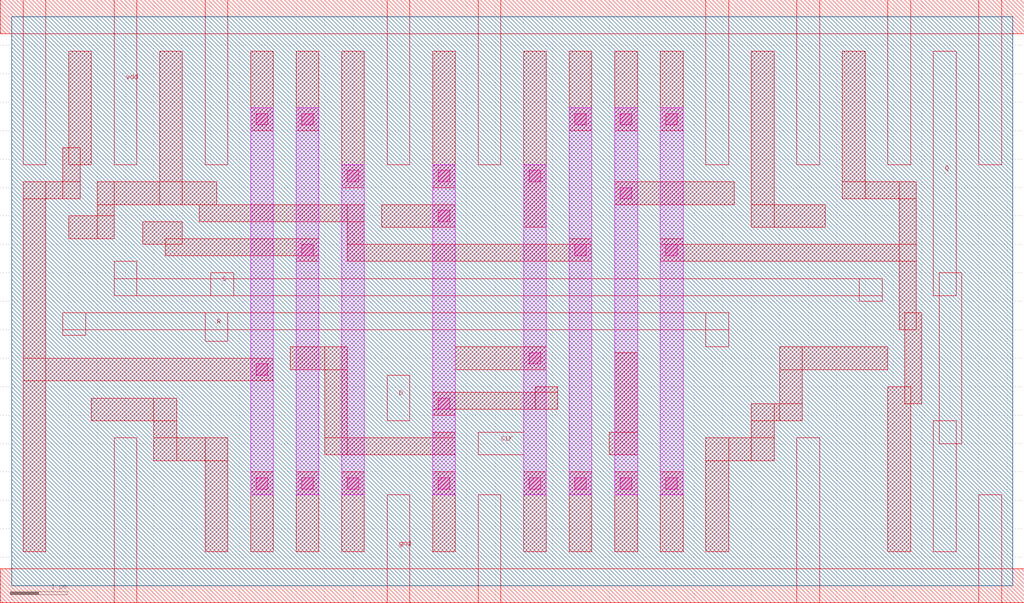
<source format=lef>
# LEF file generated by Abstract Generator version 5.5.10 on Jul 28 14:07:14 2004
#
# Contains LEF for all bins.
# Options:   [x] Antenna
#            [x] Geometry
#            [x] Technology

VERSION 5.4 ;
NAMESCASESENSITIVE ON ;
BUSBITCHARS "[]" ;
DIVIDERCHAR "/" ;
UNITS
  DATABASE MICRONS 1000 ;
END UNITS

USEMINSPACING OBS ON ;
USEMINSPACING PIN OFF ;
CLEARANCEMEASURE EUCLIDEAN ;


MANUFACTURINGGRID 0.05 ;

LAYER nwell
  TYPE	MASTERSLICE ;
END nwell

LAYER nactive
  TYPE	MASTERSLICE ;
END nactive

LAYER pactive
  TYPE	MASTERSLICE ;
END pactive

LAYER poly
  TYPE	MASTERSLICE ;
END poly

LAYER cc
  TYPE	CUT ;
  SPACING	0.45 ;
END cc

LAYER metal1
  TYPE		ROUTING ;
  DIRECTION	HORIZONTAL ;
  PITCH		1  ;
  WIDTH		0.3 ;
  SPACING	0.3 ;
  RESISTANCE	RPERSQ 0.08 ;
  CAPACITANCE	CPERSQDIST 3.8e-05 ;
  EDGECAPACITANCE 8.000000e-05 ;
END metal1

LAYER via
  TYPE	CUT ;
  SPACING	0.3 ;
END via

LAYER metal2
  TYPE		ROUTING ;
  DIRECTION	VERTICAL ;
  PITCH		0.8  ;
  WIDTH		0.3 ;
  SPACING	0.3 ;
  RESISTANCE	RPERSQ 0.08 ;
  CAPACITANCE	CPERSQDIST 1.9e-05 ;
  EDGECAPACITANCE 6.000000e-05 ;
END metal2

LAYER via2
  TYPE	CUT ;
  SPACING	0.3 ;
END via2

LAYER metal3
  TYPE		ROUTING ;
  DIRECTION	HORIZONTAL ;
  PITCH		1  ;
  WIDTH		0.3 ;
  SPACING	0.3 ;
  RESISTANCE	RPERSQ 0.08 ;
  CAPACITANCE	CPERSQDIST 1.3e-05 ;
  EDGECAPACITANCE 5.400000e-05 ;
END metal3

LAYER via3
  TYPE	CUT ;
  SPACING	0.4 ;
END via3

LAYER metal4
  TYPE		ROUTING ;
  DIRECTION	VERTICAL ;
  PITCH		0.8  ;
  WIDTH		0.3 ;
  SPACING	0.3 ;
  RESISTANCE	RPERSQ 0.07 ;
  CAPACITANCE	CPERSQDIST 8e-06 ;
  EDGECAPACITANCE 4.100000e-05 ;
END metal4

LAYER via4
  TYPE	CUT ;
  SPACING	0.3 ;
END via4

LAYER metal5
  TYPE		ROUTING ;
  DIRECTION	HORIZONTAL ;
  PITCH		1  ;
  WIDTH		0.3 ;
  SPACING	0.3 ;
  RESISTANCE	RPERSQ 0.07 ;
  CAPACITANCE	CPERSQDIST 8e-06 ;
  EDGECAPACITANCE 2.400000e-05 ;
END metal5

LAYER via5
  TYPE	CUT ;
  SPACING	0.4 ;
END via5

LAYER metal6
  TYPE		ROUTING ;
  DIRECTION	VERTICAL ;
  PITCH		1.6  ;
  WIDTH		0.5 ;
  SPACING	0.5 ;
  RESISTANCE	RPERSQ 0.03 ;
  CAPACITANCE	CPERSQDIST 3e-06 ;
  EDGECAPACITANCE 2.000000e-05 ;
END metal6

VIA M2_M1 DEFAULT
  LAYER metal1 ;
    RECT -0.200 -0.200 0.200 0.200 ;
  LAYER via ;
    RECT -0.100 -0.100 0.100 0.100 ;
  LAYER metal2 ;
    RECT -0.200 -0.200 0.200 0.200 ;
END M2_M1

VIA M3_M2 DEFAULT
  LAYER metal2 ;
    RECT -0.200 -0.200 0.200 0.200 ;
  LAYER via2 ;
    RECT -0.100 -0.100 0.100 0.100 ;
  LAYER metal3 ;
    RECT -0.200 -0.200 0.200 0.200 ;
END M3_M2

VIA M4_M3 DEFAULT
  LAYER metal3 ;
    RECT -0.200 -0.200 0.200 0.200 ;
  LAYER via3 ;
    RECT -0.100 -0.100 0.100 0.100 ;
  LAYER metal4 ;
    RECT -0.200 -0.200 0.200 0.200 ;
END M4_M3

VIA M5_M4 DEFAULT
  LAYER metal4 ;
    RECT -0.200 -0.200 0.200 0.200 ;
  LAYER via4 ;
    RECT -0.100 -0.100 0.100 0.100 ;
  LAYER metal5 ;
    RECT -0.200 -0.200 0.200 0.200 ;
END M5_M4

VIA M6_M5 DEFAULT
  LAYER metal5 ;
    RECT -0.250 -0.250 0.250 0.250 ;
  LAYER via5 ;
    RECT -0.150 -0.150 0.150 0.150 ;
  LAYER metal6 ;
    RECT -0.250 -0.250 0.250 0.250 ;
END M6_M5


VIARULE viagen21 GENERATE
  LAYER metal1 ;
    DIRECTION HORIZONTAL ;
    WIDTH 0.3 TO 60 ;
    OVERHANG 0.1 ;
    METALOVERHANG 0 ;
  LAYER metal2 ;
    DIRECTION VERTICAL ;
    WIDTH 0.3 TO 60 ;
    OVERHANG 0.1 ;
    METALOVERHANG 0 ;
  LAYER via ;
    RECT -0.1 -0.1 0.1 0.1 ;
    SPACING 0.5 BY 0.5 ;
END viagen21

VIARULE viagen32 GENERATE
  LAYER metal3 ;
    DIRECTION HORIZONTAL ;
    WIDTH 0.3 TO 60 ;
    OVERHANG 0.1 ;
    METALOVERHANG 0 ;
  LAYER metal2 ;
    DIRECTION VERTICAL ;
    WIDTH 0.3 TO 60 ;
    OVERHANG 0.1 ;
    METALOVERHANG 0 ;
  LAYER via2 ;
    RECT -0.1 -0.1 0.1 0.1 ;
    SPACING 0.5 BY 0.5 ;
END viagen32

VIARULE viagen43 GENERATE
  LAYER metal3 ;
    DIRECTION HORIZONTAL ;
    WIDTH 0.3 TO 60 ;
    OVERHANG 0.1 ;
    METALOVERHANG 0 ;
  LAYER metal4 ;
    DIRECTION VERTICAL ;
    WIDTH 0.3 TO 60 ;
    OVERHANG 0.1 ;
    METALOVERHANG 0 ;
  LAYER via3 ;
    RECT -0.1 -0.1 0.1 0.1 ;
    SPACING 0.6 BY 0.6 ;
END viagen43

VIARULE viagen54 GENERATE
  LAYER metal5 ;
    DIRECTION HORIZONTAL ;
    WIDTH 0.3 TO 60 ;
    OVERHANG 0.1 ;
    METALOVERHANG 0 ;
  LAYER metal4 ;
    DIRECTION VERTICAL ;
    WIDTH 0.3 TO 60 ;
    OVERHANG 0.1 ;
    METALOVERHANG 0 ;
  LAYER via4 ;
    RECT -0.1 -0.1 0.1 0.1 ;
    SPACING 0.5 BY 0.5 ;
END viagen54

VIARULE viagen65 GENERATE
  LAYER metal5 ;
    DIRECTION HORIZONTAL ;
    WIDTH 0.5 TO 60 ;
    OVERHANG 0.1 ;
    METALOVERHANG 0 ;
  LAYER metal6 ;
    DIRECTION VERTICAL ;
    WIDTH 0.5 TO 60 ;
    OVERHANG 0.1 ;
    METALOVERHANG 0 ;
  LAYER via5 ;
    RECT -0.15 -0.15 0.15 0.15 ;
    SPACING 0.7 BY 0.7 ;
END viagen65

VIARULE TURN1 GENERATE
  LAYER metal1 ;
    DIRECTION HORIZONTAL ;
  LAYER metal1 ;
    DIRECTION VERTICAL ;
END TURN1

VIARULE TURN2 GENERATE
  LAYER metal2 ;
    DIRECTION HORIZONTAL ;
  LAYER metal2 ;
    DIRECTION VERTICAL ;
END TURN2

VIARULE TURN3 GENERATE
  LAYER metal3 ;
    DIRECTION HORIZONTAL ;
  LAYER metal3 ;
    DIRECTION VERTICAL ;
END TURN3

VIARULE TURN4 GENERATE
  LAYER metal4 ;
    DIRECTION HORIZONTAL ;
  LAYER metal4 ;
    DIRECTION VERTICAL ;
END TURN4

VIARULE TURN5 GENERATE
  LAYER metal5 ;
    DIRECTION HORIZONTAL ;
  LAYER metal5 ;
    DIRECTION VERTICAL ;
END TURN5

VIARULE TURN6 GENERATE
  LAYER metal6 ;
    DIRECTION HORIZONTAL ;
  LAYER metal6 ;
    DIRECTION VERTICAL ;
END TURN6

SITE  core
    CLASS	CORE ;
    SYMMETRY	Y ;
    SIZE	0.800 BY 10.000 ;
END  core

MACRO FILL
  CLASS  CORE ;
  FOREIGN FILL 0.000 0.000 ;
  ORIGIN 0.000 0.000 ;
  SIZE 0.800 BY 10.000 ;
  SYMMETRY X Y  ;
  SITE core ;
  PIN gnd
    DIRECTION INOUT ;
    USE GROUND ;
    SHAPE ABUTMENT ;
    PORT
      LAYER metal1 ;
        RECT -0.200 -0.300 1.000 0.300 ;
    END
  END gnd
  PIN vdd
    DIRECTION INOUT ;
    USE POWER ;
    SHAPE ABUTMENT ;
    PORT
      LAYER metal1 ;
        RECT -0.200 9.700 1.000 10.300 ;
    END
  END vdd
END FILL

MACRO AND2X1
  CLASS  CORE ;
  FOREIGN AND2X1 0.000 0.000 ;
  ORIGIN 0.000 0.000 ;
  SIZE 3.200 BY 10.000 ;
  SYMMETRY X Y  ;
  SITE core ;
  PIN A
    DIRECTION INPUT ;
    PORT
      LAYER metal1 ;
        RECT 0.200 3.300 0.600 4.100 ;
    END
  END A
  PIN B
    DIRECTION INPUT ;
    PORT
      LAYER metal1 ;
        RECT 1.300 4.900 1.700 5.700 ;
        RECT 1.000 5.300 1.700 5.700 ;
    END
  END B
  PIN gnd
    DIRECTION INOUT ;
    USE GROUND ;
    SHAPE ABUTMENT ;
    PORT
      LAYER metal1 ;
        RECT 1.500 -0.300 1.900 2.600 ;
        RECT -0.200 -0.300 3.400 0.300 ;
    END
  END gnd
  PIN Y
    DIRECTION OUTPUT ;
    PORT
      LAYER metal1 ;
        RECT 2.600 6.300 3.000 6.700 ;
        RECT 2.600 7.400 3.000 9.400 ;
        RECT 2.700 1.600 3.000 9.400 ;
        RECT 2.300 0.600 2.700 1.900 ;
    END
  END Y
  PIN vdd
    DIRECTION INOUT ;
    USE POWER ;
    SHAPE ABUTMENT ;
    PORT
      LAYER metal1 ;
        RECT 0.200 7.400 0.600 10.300 ;
        RECT -0.200 9.700 3.400 10.300 ;
        RECT 1.800 7.400 2.200 10.300 ;
    END
  END vdd
  OBS 
      LAYER metal1 ;
        RECT 0.200 0.600 0.600 2.600 ;
        RECT 0.300 2.600 1.200 2.900 ;
        RECT 0.900 2.600 1.200 3.300 ;
        RECT 2.000 2.900 2.400 3.300 ;
        RECT 0.900 3.000 2.400 3.300 ;
        RECT 2.000 2.900 2.300 7.100 ;
        RECT 1.100 6.800 2.300 7.100 ;
        RECT 1.100 6.800 1.400 9.400 ;
        RECT 1.000 7.400 1.400 9.400 ;
  END 
END AND2X1

MACRO AND2X2
  CLASS  CORE ;
  FOREIGN AND2X2 0.000 0.000 ;
  ORIGIN 0.000 0.000 ;
  SIZE 3.200 BY 10.000 ;
  SYMMETRY X Y  ;
  SITE core ;
  PIN A
    DIRECTION INPUT ;
    PORT
      LAYER metal1 ;
        RECT 0.200 3.300 0.600 4.100 ;
    END
  END A
  PIN B
    DIRECTION INPUT ;
    PORT
      LAYER metal1 ;
        RECT 1.100 3.600 1.400 4.700 ;
        RECT 1.200 3.500 1.600 3.900 ;
        RECT 1.000 4.300 1.400 4.700 ;
    END
  END B
  PIN gnd
    DIRECTION INOUT ;
    USE GROUND ;
    SHAPE ABUTMENT ;
    PORT
      LAYER metal1 ;
        RECT 1.500 -0.300 1.900 2.500 ;
        RECT -0.200 -0.300 3.400 0.300 ;
    END
  END gnd
  PIN Y
    DIRECTION OUTPUT ;
    PORT
      LAYER metal1 ;
        RECT 2.600 4.300 3.000 4.700 ;
        RECT 2.600 5.400 3.000 9.400 ;
        RECT 2.700 2.100 3.000 9.400 ;
        RECT 2.300 0.600 2.700 2.600 ;
    END
  END Y
  PIN vdd
    DIRECTION INOUT ;
    USE POWER ;
    SHAPE ABUTMENT ;
    PORT
      LAYER metal1 ;
        RECT 0.200 7.400 0.600 10.300 ;
        RECT -0.200 9.700 3.400 10.300 ;
        RECT 1.800 5.600 2.200 10.300 ;
    END
  END vdd
  OBS 
      LAYER metal1 ;
        RECT 0.200 0.600 0.600 2.600 ;
        RECT 0.300 0.600 0.600 3.000 ;
        RECT 0.300 2.700 1.200 3.000 ;
        RECT 0.900 2.900 2.400 3.200 ;
        RECT 2.000 2.900 2.400 3.300 ;
        RECT 2.000 2.900 2.300 5.300 ;
        RECT 1.100 5.000 2.300 5.300 ;
        RECT 1.100 5.000 1.400 9.400 ;
        RECT 1.000 7.400 1.400 9.400 ;
  END 
END AND2X2

MACRO AOI21X1
  CLASS  CORE ;
  FOREIGN AOI21X1 0.000 0.000 ;
  ORIGIN 0.000 0.000 ;
  SIZE 3.200 BY 10.000 ;
  SYMMETRY X Y  ;
  SITE core ;
  PIN A
    DIRECTION INPUT ;
    PORT
      LAYER metal1 ;
        RECT 0.200 4.300 0.600 4.700 ;
        RECT 0.600 4.400 1.000 4.900 ;
    END
  END A
  PIN B
    DIRECTION INPUT ;
    PORT
      LAYER metal1 ;
        RECT 1.000 3.300 1.400 4.100 ;
    END
  END B
  PIN C
    DIRECTION INPUT ;
    PORT
      LAYER metal1 ;
        RECT 2.500 1.900 2.900 2.300 ;
        RECT 2.600 2.300 3.000 2.700 ;
    END
  END C
  PIN gnd
    DIRECTION INOUT ;
    USE GROUND ;
    SHAPE ABUTMENT ;
    PORT
      LAYER metal1 ;
        RECT 0.500 -0.300 0.900 2.600 ;
        RECT -0.200 -0.300 3.400 0.300 ;
        RECT 2.600 -0.300 3.000 1.600 ;
    END
  END gnd
  PIN Y
    DIRECTION OUTPUT ;
    PORT
      LAYER metal1 ;
        RECT 1.800 0.600 2.100 4.700 ;
        RECT 2.600 5.400 3.000 9.400 ;
        RECT 1.800 4.400 3.000 4.700 ;
        RECT 2.600 4.300 3.000 4.700 ;
        RECT 2.600 4.300 2.900 9.400 ;
        RECT 1.800 0.600 2.200 2.600 ;
    END
  END Y
  PIN vdd
    DIRECTION INOUT ;
    USE POWER ;
    SHAPE ABUTMENT ;
    PORT
      LAYER metal1 ;
        RECT 1.000 6.000 1.400 10.300 ;
        RECT -0.200 9.700 3.400 10.300 ;
    END
  END vdd
  OBS 
      LAYER metal1 ;
        RECT 0.200 5.400 2.200 5.700 ;
        RECT 0.200 5.400 0.600 9.400 ;
        RECT 1.800 5.400 2.200 9.400 ;
  END 
END AOI21X1

MACRO AOI22X1
  CLASS  CORE ;
  FOREIGN AOI22X1 0.000 0.000 ;
  ORIGIN 0.000 0.000 ;
  SIZE 4.000 BY 10.000 ;
  SYMMETRY X Y  ;
  SITE core ;
  PIN A
    DIRECTION INPUT ;
    PORT
      LAYER metal1 ;
        RECT 0.200 4.300 0.600 4.700 ;
        RECT 0.600 4.400 1.000 4.900 ;
    END
  END A
  PIN B
    DIRECTION INPUT ;
    PORT
      LAYER metal1 ;
        RECT 1.000 3.300 1.400 4.100 ;
    END
  END B
  PIN C
    DIRECTION INPUT ;
    PORT
      LAYER metal1 ;
        RECT 3.400 4.300 3.800 5.100 ;
    END
  END C
  PIN D
    DIRECTION INPUT ;
    PORT
      LAYER metal1 ;
        RECT 2.600 3.300 2.900 4.300 ;
        RECT 2.600 3.300 3.000 3.700 ;
        RECT 2.500 3.900 2.900 4.300 ;
    END
  END D
  PIN gnd
    DIRECTION INOUT ;
    USE GROUND ;
    SHAPE ABUTMENT ;
    PORT
      LAYER metal1 ;
        RECT 0.400 -0.300 0.800 2.600 ;
        RECT -0.200 -0.300 4.200 0.300 ;
        RECT 3.400 -0.300 3.800 2.600 ;
    END
  END gnd
  PIN Y
    DIRECTION OUTPUT ;
    PORT
      LAYER metal1 ;
        RECT 1.800 4.300 2.200 4.700 ;
        RECT 2.600 5.400 3.000 8.800 ;
        RECT 2.600 4.800 2.900 8.800 ;
        RECT 1.900 4.800 2.900 5.100 ;
        RECT 1.700 0.600 2.500 2.600 ;
        RECT 1.900 0.600 2.200 5.100 ;
    END
  END Y
  PIN vdd
    DIRECTION INOUT ;
    USE POWER ;
    SHAPE ABUTMENT ;
    PORT
      LAYER metal1 ;
        RECT 1.000 6.000 1.400 10.300 ;
        RECT -0.200 9.700 4.200 10.300 ;
    END
  END vdd
  OBS 
      LAYER metal1 ;
        RECT 0.200 5.400 2.200 5.700 ;
        RECT 1.800 5.400 2.200 9.400 ;
        RECT 0.200 5.400 0.600 9.400 ;
        RECT 3.400 5.400 3.800 9.400 ;
        RECT 1.800 9.100 3.800 9.400 ;
  END 
END AOI22X1

MACRO BUFX2
  CLASS  CORE ;
  FOREIGN BUFX2 0.000 0.000 ;
  ORIGIN 0.000 0.000 ;
  SIZE 2.400 BY 10.000 ;
  SYMMETRY X Y  ;
  SITE core ;
  PIN A
    DIRECTION INPUT ;
    PORT
      LAYER metal1 ;
        RECT 0.200 3.900 0.600 4.700 ;
    END
  END A
  PIN gnd
    DIRECTION INOUT ;
    USE GROUND ;
    SHAPE ABUTMENT ;
    PORT
      LAYER metal1 ;
        RECT 1.000 -0.300 1.400 2.600 ;
        RECT -0.200 -0.300 2.600 0.300 ;
    END
  END gnd
  PIN Y
    DIRECTION OUTPUT ;
    PORT
      LAYER metal1 ;
        RECT 1.800 0.600 2.200 4.300 ;
        RECT 1.800 5.400 2.200 9.400 ;
        RECT 1.900 0.600 2.200 9.400 ;
    END
  END Y
  PIN vdd
    DIRECTION INOUT ;
    USE POWER ;
    SHAPE ABUTMENT ;
    PORT
      LAYER metal1 ;
        RECT 1.000 6.000 1.400 10.300 ;
        RECT -0.200 9.700 2.600 10.300 ;
    END
  END vdd
  OBS 
      LAYER metal1 ;
        RECT 0.200 0.600 0.600 3.200 ;
        RECT 0.200 2.900 1.300 3.200 ;
        RECT 1.000 4.700 1.600 5.100 ;
        RECT 1.000 2.900 1.300 5.700 ;
        RECT 0.200 5.400 1.300 5.700 ;
        RECT 0.200 5.400 0.600 9.400 ;
  END 
END BUFX2

MACRO BUFX4
  CLASS  CORE ;
  FOREIGN BUFX4 0.000 0.000 ;
  ORIGIN 0.000 0.000 ;
  SIZE 3.200 BY 10.000 ;
  SYMMETRY X Y  ;
  SITE core ;
  PIN A
    DIRECTION INPUT ;
    PORT
      LAYER metal1 ;
        RECT 0.300 3.900 0.700 4.700 ;
        RECT 0.200 4.300 0.700 4.700 ;
    END
  END A
  PIN gnd
    DIRECTION INOUT ;
    USE GROUND ;
    SHAPE ABUTMENT ;
    PORT
      LAYER metal1 ;
        RECT 1.000 -0.300 1.400 2.600 ;
        RECT -0.200 -0.300 3.400 0.300 ;
        RECT 2.600 -0.300 3.000 2.600 ;
    END
  END gnd
  PIN Y
    DIRECTION OUTPUT ;
    PORT
      LAYER metal1 ;
        RECT 1.800 0.600 2.200 2.600 ;
        RECT 2.000 2.300 2.300 5.900 ;
        RECT 1.800 5.400 2.200 9.400 ;
        RECT 1.800 3.300 2.300 3.700 ;
    END
  END Y
  PIN vdd
    DIRECTION INOUT ;
    USE POWER ;
    SHAPE ABUTMENT ;
    PORT
      LAYER metal1 ;
        RECT 1.000 6.000 1.400 10.300 ;
        RECT -0.200 9.700 3.400 10.300 ;
        RECT 2.600 5.400 3.000 10.300 ;
    END
  END vdd
  OBS 
      LAYER metal1 ;
        RECT 0.200 0.600 0.600 3.200 ;
        RECT 0.200 2.900 1.500 3.200 ;
        RECT 1.200 4.000 1.700 4.400 ;
        RECT 1.200 2.900 1.500 5.700 ;
        RECT 0.200 5.400 1.500 5.700 ;
        RECT 0.200 5.400 0.600 9.400 ;
  END 
END BUFX4

MACRO DFFNEGX1
  CLASS  CORE ;
  FOREIGN DFFNEGX1 0.000 0.000 ;
  ORIGIN 0.000 0.000 ;
  SIZE 9.600 BY 10.000 ;
  SYMMETRY X Y  ;
  SITE core ;
  PIN Q
    DIRECTION OUTPUT ;
    PORT
      LAYER metal1 ;
        RECT 7.300 4.700 7.700 5.100 ;
        RECT 9.000 0.600 9.400 9.400 ;
        RECT 7.300 4.800 9.400 5.100 ;
        RECT 7.500 2.800 9.400 3.100 ;
        RECT 7.500 2.700 7.900 3.100 ;
    END
  END Q
  PIN CLK
    DIRECTION INPUT ;
    USE CLOCK ;
    PORT
      LAYER metal2 ;
        RECT 2.600 3.400 3.000 6.700 ;
      LAYER via ;
        RECT 2.700 6.400 2.900 6.600 ;
        RECT 2.700 3.500 2.900 3.700 ;
      LAYER metal1 ;
        RECT 2.600 6.300 3.000 6.700 ;
        RECT 0.600 3.400 6.400 3.700 ;
        RECT 6.000 3.300 6.400 3.700 ;
        RECT 2.600 3.400 3.000 3.800 ;
        RECT 2.100 2.300 2.500 2.700 ;
        RECT 2.000 2.700 2.400 3.700 ;
        RECT 0.600 3.300 1.400 3.700 ;
        RECT 2.700 6.700 3.100 7.100 ;
    END
  END CLK
  PIN D
    DIRECTION INPUT ;
    PORT
      LAYER metal1 ;
        RECT 1.400 4.200 1.800 4.600 ;
        RECT 3.400 4.300 3.800 4.700 ;
        RECT 1.400 4.300 3.800 4.600 ;
    END
  END D
  PIN gnd
    DIRECTION INOUT ;
    USE GROUND ;
    SHAPE ABUTMENT ;
    PORT
      LAYER metal1 ;
        RECT 1.000 -0.300 1.400 2.600 ;
        RECT -0.200 -0.300 9.800 0.300 ;
        RECT 8.200 -0.300 8.600 2.500 ;
        RECT 5.400 -0.300 5.800 1.600 ;
        RECT 3.700 -0.300 4.200 1.600 ;
    END
  END gnd
  PIN vdd
    DIRECTION INOUT ;
    USE POWER ;
    SHAPE ABUTMENT ;
    PORT
      LAYER metal1 ;
        RECT 1.000 5.500 1.400 10.300 ;
        RECT -0.200 9.700 9.800 10.300 ;
        RECT 8.200 5.400 8.600 10.300 ;
        RECT 5.400 7.400 5.800 10.300 ;
        RECT 3.800 7.400 4.200 10.300 ;
    END
  END vdd
  OBS 
      LAYER metal2 ;
        RECT 0.200 2.600 0.600 5.400 ;
        RECT 1.800 1.600 2.200 5.000 ;
        RECT 1.800 1.600 2.100 7.400 ;
        RECT 1.800 5.400 2.200 7.400 ;
        RECT 6.600 1.600 7.000 5.700 ;
        RECT 6.600 1.600 6.900 7.400 ;
        RECT 6.600 6.100 7.000 7.400 ;
      LAYER metal1 ;
        RECT 0.200 0.600 0.600 3.000 ;
        RECT 1.800 7.000 2.200 7.700 ;
        RECT 1.800 7.400 2.800 7.700 ;
        RECT 2.400 7.400 2.800 9.400 ;
        RECT 2.400 0.600 2.800 1.600 ;
        RECT 1.800 1.300 2.800 1.600 ;
        RECT 1.800 1.300 2.200 2.000 ;
        RECT 1.800 5.700 4.500 6.000 ;
        RECT 1.800 5.700 2.200 6.100 ;
        RECT 4.100 5.700 4.500 6.100 ;
        RECT 4.600 0.600 5.000 1.600 ;
        RECT 4.600 0.600 4.900 2.200 ;
        RECT 3.500 1.900 4.900 2.200 ;
        RECT 3.500 1.900 3.900 2.300 ;
        RECT 3.500 6.700 3.900 7.100 ;
        RECT 4.900 6.700 5.300 7.100 ;
        RECT 3.500 6.800 5.300 7.100 ;
        RECT 4.600 6.800 4.900 9.400 ;
        RECT 4.600 7.400 5.000 9.400 ;
        RECT 6.600 7.000 7.000 7.400 ;
        RECT 6.700 7.400 7.300 9.400 ;
        RECT 0.200 4.900 2.500 5.200 ;
        RECT 2.100 5.100 5.700 5.400 ;
        RECT 5.400 5.100 5.700 6.100 ;
        RECT 5.400 5.700 7.300 6.000 ;
        RECT 5.400 5.700 5.900 6.100 ;
        RECT 6.900 5.700 7.300 6.100 ;
        RECT 0.200 4.900 0.600 9.400 ;
        RECT 6.700 0.600 7.300 1.600 ;
        RECT 6.600 1.300 7.000 2.000 ;
        RECT 6.600 4.000 7.000 4.400 ;
        RECT 6.600 4.100 8.500 4.400 ;
        RECT 8.100 4.100 8.500 4.500 ;
      LAYER via ;
        RECT 0.300 5.100 0.500 5.300 ;
        RECT 0.300 2.700 0.500 2.900 ;
        RECT 1.900 7.100 2.100 7.300 ;
        RECT 1.900 5.800 2.100 6.000 ;
        RECT 1.900 1.700 2.100 1.900 ;
        RECT 6.700 7.100 6.900 7.300 ;
        RECT 6.700 4.100 6.900 4.300 ;
        RECT 6.700 1.700 6.900 1.900 ;
  END 
END DFFNEGX1

MACRO NOR3X1
  CLASS  CORE ;
  FOREIGN NOR3X1 0.000 0.000 ;
  ORIGIN 0.000 0.000 ;
  SIZE 6.400 BY 10.000 ;
  SYMMETRY X Y  ;
  SITE core ;
  PIN A
    DIRECTION INPUT ;
    PORT
      LAYER metal1 ;
        RECT 1.000 2.300 1.900 2.700 ;
    END
  END A
  PIN B
    DIRECTION INPUT ;
    PORT
      LAYER metal1 ;
        RECT 1.800 3.300 2.600 3.700 ;
    END
  END B
  PIN C
    DIRECTION INPUT ;
    PORT
      LAYER metal1 ;
        RECT 2.600 4.300 3.400 4.700 ;
    END
  END C
  PIN gnd
    DIRECTION INOUT ;
    USE GROUND ;
    SHAPE ABUTMENT ;
    PORT
      LAYER metal1 ;
        RECT 1.000 -0.300 1.400 1.600 ;
        RECT -0.200 -0.300 6.600 0.300 ;
        RECT 2.600 -0.300 3.000 1.400 ;
    END
  END gnd
  PIN Y
    DIRECTION OUTPUT ;
    PORT
      LAYER metal1 ;
        RECT 1.800 0.600 2.200 1.600 ;
        RECT 5.000 6.000 5.400 8.800 ;
        RECT 5.000 5.300 5.400 5.700 ;
        RECT 5.000 5.300 5.300 8.800 ;
        RECT 3.700 5.300 5.400 5.600 ;
        RECT 3.700 1.600 4.000 5.600 ;
        RECT 3.400 0.600 3.800 2.000 ;
        RECT 2.000 1.700 4.000 2.000 ;
        RECT 2.000 1.300 2.300 2.000 ;
    END
  END Y
  PIN vdd
    DIRECTION INOUT ;
    USE POWER ;
    SHAPE ABUTMENT ;
    PORT
      LAYER metal1 ;
        RECT 1.000 6.400 1.400 10.300 ;
        RECT -0.200 9.700 6.600 10.300 ;
    END
  END vdd
  OBS 
      LAYER metal1 ;
        RECT 0.300 5.800 2.100 6.100 ;
        RECT 1.800 5.800 2.100 9.400 ;
        RECT 1.800 6.400 2.200 9.400 ;
        RECT 0.300 5.800 0.600 9.400 ;
        RECT 0.200 6.400 0.600 9.400 ;
        RECT 3.400 6.500 3.800 9.400 ;
        RECT 1.800 9.100 3.800 9.400 ;
        RECT 2.700 5.900 4.500 6.200 ;
        RECT 2.700 5.900 3.000 8.800 ;
        RECT 2.600 6.400 3.000 8.800 ;
        RECT 4.200 6.000 4.600 9.000 ;
        RECT 5.800 6.000 6.200 9.000 ;
        RECT 4.300 6.000 4.600 9.400 ;
        RECT 5.800 6.000 6.100 9.400 ;
        RECT 4.300 9.100 6.100 9.400 ;
  END 
END NOR3X1

MACRO DFFPOSX1
  CLASS  CORE ;
  FOREIGN DFFPOSX1 0.000 0.000 ;
  ORIGIN 0.000 0.000 ;
  SIZE 9.600 BY 10.000 ;
  SYMMETRY X Y  ;
  SITE core ;
  PIN Q
    DIRECTION OUTPUT ;
    PORT
      LAYER metal1 ;
        RECT 7.300 4.700 7.700 5.100 ;
        RECT 9.000 0.600 9.400 9.400 ;
        RECT 7.300 4.800 9.400 5.100 ;
        RECT 7.500 2.800 9.400 3.100 ;
        RECT 7.500 2.700 7.900 3.100 ;
    END
  END Q
  PIN CLK
    DIRECTION INPUT ;
    USE CLOCK ;
    PORT
      LAYER metal1 ;
        RECT 0.600 3.300 1.400 3.700 ;
        RECT 6.700 6.100 7.400 6.500 ;
        RECT 6.700 5.300 7.000 6.500 ;
        RECT 5.800 5.300 7.000 5.600 ;
        RECT 5.800 3.400 6.100 5.600 ;
        RECT 5.500 3.300 5.900 3.700 ;
        RECT 0.600 3.400 6.100 3.700 ;
        RECT 2.700 1.900 3.000 3.700 ;
        RECT 2.600 1.900 3.000 2.300 ;
        RECT 2.100 3.400 2.500 3.800 ;
    END
  END CLK
  PIN D
    DIRECTION INPUT ;
    PORT
      LAYER metal1 ;
        RECT 1.300 4.200 1.700 4.600 ;
        RECT 3.400 4.300 3.800 4.700 ;
        RECT 1.300 4.300 3.800 4.600 ;
    END
  END D
  PIN gnd
    DIRECTION INOUT ;
    USE GROUND ;
    SHAPE ABUTMENT ;
    PORT
      LAYER metal1 ;
        RECT 1.000 -0.300 1.400 2.600 ;
        RECT -0.200 -0.300 9.800 0.300 ;
        RECT 8.200 -0.300 8.600 2.500 ;
        RECT 5.400 -0.300 5.800 1.600 ;
        RECT 3.700 -0.300 4.200 1.600 ;
    END
  END gnd
  PIN vdd
    DIRECTION INOUT ;
    USE POWER ;
    SHAPE ABUTMENT ;
    PORT
      LAYER metal1 ;
        RECT 1.000 5.500 1.400 10.300 ;
        RECT -0.200 9.700 9.800 10.300 ;
        RECT 8.200 5.400 8.600 10.300 ;
        RECT 5.400 7.400 5.800 10.300 ;
        RECT 3.800 7.400 4.200 10.300 ;
    END
  END vdd
  OBS 
      LAYER metal2 ;
        RECT 0.200 2.600 0.600 5.400 ;
        RECT 1.800 1.600 2.200 7.400 ;
        RECT 6.600 1.600 7.000 7.400 ;
      LAYER metal1 ;
        RECT 0.200 0.600 0.600 3.000 ;
        RECT 1.800 7.000 2.200 7.700 ;
        RECT 1.800 7.400 2.800 7.700 ;
        RECT 2.400 7.400 2.800 9.400 ;
        RECT 2.400 0.600 2.800 1.600 ;
        RECT 1.800 1.300 2.800 1.600 ;
        RECT 1.800 1.300 2.200 2.000 ;
        RECT 1.800 5.700 4.500 6.000 ;
        RECT 1.800 5.700 2.200 6.100 ;
        RECT 4.100 5.700 4.500 6.100 ;
        RECT 4.600 0.600 5.000 1.600 ;
        RECT 4.600 0.600 4.900 2.200 ;
        RECT 3.500 1.900 4.900 2.200 ;
        RECT 3.500 1.900 3.900 2.300 ;
        RECT 3.500 6.700 3.900 7.100 ;
        RECT 4.900 6.700 5.300 7.100 ;
        RECT 3.500 6.800 5.300 7.100 ;
        RECT 4.600 6.800 4.900 9.400 ;
        RECT 4.600 7.400 5.000 9.400 ;
        RECT 0.200 5.000 3.100 5.200 ;
        RECT 0.200 4.900 3.000 5.200 ;
        RECT 2.700 5.100 5.100 5.400 ;
        RECT 4.800 5.100 5.100 6.300 ;
        RECT 5.500 5.900 5.900 6.300 ;
        RECT 4.800 6.000 5.900 6.300 ;
        RECT 0.200 4.900 0.600 9.400 ;
        RECT 6.600 7.000 7.000 7.400 ;
        RECT 6.700 7.400 7.300 9.400 ;
        RECT 6.700 0.600 7.300 1.600 ;
        RECT 6.600 1.300 7.000 2.000 ;
        RECT 6.600 4.000 7.000 4.400 ;
        RECT 6.600 4.100 8.500 4.400 ;
        RECT 8.100 4.100 8.500 4.500 ;
      LAYER via ;
        RECT 0.300 5.100 0.500 5.300 ;
        RECT 0.300 2.700 0.500 2.900 ;
        RECT 1.900 7.100 2.100 7.300 ;
        RECT 1.900 5.800 2.100 6.000 ;
        RECT 1.900 1.700 2.100 1.900 ;
        RECT 6.700 7.100 6.900 7.300 ;
        RECT 6.700 4.100 6.900 4.300 ;
        RECT 6.700 1.700 6.900 1.900 ;
  END 
END DFFPOSX1

MACRO FAX1
  CLASS  CORE ;
  FOREIGN FAX1 0.000 0.000 ;
  ORIGIN 0.000 0.000 ;
  SIZE 12.000 BY 10.000 ;
  SYMMETRY X Y  ;
  SITE core ;
  PIN YC
    DIRECTION OUTPUT ;
    PORT
      LAYER metal1 ;
        RECT 11.400 0.600 11.800 1.600 ;
        RECT 11.400 7.400 11.800 9.400 ;
        RECT 11.500 0.600 11.800 9.400 ;
        RECT 11.400 3.300 11.800 3.700 ;
    END
  END YC
  PIN YS
    DIRECTION OUTPUT ;
    PORT
      LAYER metal1 ;
        RECT 9.800 0.600 10.200 1.600 ;
        RECT 10.400 2.300 11.000 2.700 ;
        RECT 9.700 4.600 10.700 4.900 ;
        RECT 10.400 1.900 10.700 4.900 ;
        RECT 9.900 1.900 10.700 2.200 ;
        RECT 9.800 7.400 10.200 9.400 ;
        RECT 9.900 0.600 10.200 2.200 ;
        RECT 9.700 4.600 10.000 7.700 ;
    END
  END YS
  PIN A
    DIRECTION INPUT ;
    PORT
      LAYER metal1 ;
        RECT 0.300 3.000 1.000 3.300 ;
        RECT 8.900 3.400 9.300 3.800 ;
        RECT 8.900 2.800 9.200 3.800 ;
        RECT 3.700 2.800 9.200 3.100 ;
        RECT 0.300 3.000 4.100 3.200 ;
        RECT 0.600 2.900 9.200 3.100 ;
        RECT 0.200 3.300 0.600 3.700 ;
    END
  END A
  PIN B
    DIRECTION INPUT ;
    PORT
      LAYER metal1 ;
        RECT 1.100 3.600 1.400 4.700 ;
        RECT 8.000 3.400 8.400 3.800 ;
        RECT 4.700 3.400 8.400 3.700 ;
        RECT 1.100 3.600 5.100 3.800 ;
        RECT 1.400 3.500 8.400 3.700 ;
        RECT 2.900 3.500 3.300 3.900 ;
        RECT 1.100 3.600 1.800 3.900 ;
        RECT 1.000 4.300 1.400 4.700 ;
    END
  END B
  PIN C
    DIRECTION INPUT ;
    PORT
      LAYER metal1 ;
        RECT 1.800 4.300 2.600 4.700 ;
        RECT 7.200 4.000 7.600 4.400 ;
        RECT 5.200 4.100 7.600 4.400 ;
        RECT 1.800 4.300 5.900 4.500 ;
        RECT 1.800 4.300 5.500 4.600 ;
    END
  END C
  PIN gnd
    DIRECTION INOUT ;
    USE GROUND ;
    SHAPE ABUTMENT ;
    PORT
      LAYER metal1 ;
        RECT 1.000 -0.300 1.400 2.000 ;
        RECT -0.200 -0.300 12.200 0.300 ;
        RECT 10.600 -0.300 11.000 1.600 ;
        RECT 9.000 -0.300 9.400 2.500 ;
        RECT 5.500 -0.300 5.900 1.900 ;
        RECT 3.900 -0.300 4.300 2.400 ;
    END
  END gnd
  PIN vdd
    DIRECTION INOUT ;
    USE POWER ;
    SHAPE ABUTMENT ;
    PORT
      LAYER metal1 ;
        RECT 1.000 6.000 1.400 10.300 ;
        RECT -0.200 9.700 12.200 10.300 ;
        RECT 10.600 7.400 11.000 10.300 ;
        RECT 9.000 4.600 9.400 10.300 ;
        RECT 5.500 6.400 5.900 10.300 ;
        RECT 3.900 5.400 4.300 10.300 ;
    END
  END vdd
  OBS 
      LAYER metal2 ;
        RECT 7.200 2.100 7.600 2.500 ;
        RECT 7.300 3.900 10.100 4.200 ;
        RECT 9.700 3.900 10.100 4.300 ;
        RECT 7.300 2.100 7.600 5.100 ;
        RECT 7.200 4.700 7.600 5.100 ;
        RECT 2.600 2.200 3.000 2.600 ;
        RECT 6.000 4.800 6.400 5.700 ;
        RECT 10.400 5.300 10.800 5.700 ;
        RECT 2.600 5.400 10.800 5.700 ;
        RECT 2.700 2.200 3.000 5.800 ;
        RECT 2.600 5.400 3.000 5.800 ;
      LAYER metal1 ;
        RECT 0.200 5.400 2.200 5.700 ;
        RECT 0.200 5.400 0.600 9.400 ;
        RECT 1.800 5.400 2.200 9.400 ;
        RECT 0.200 0.600 0.600 2.600 ;
        RECT 1.800 0.600 2.200 2.600 ;
        RECT 0.200 2.300 2.200 2.600 ;
        RECT 2.600 5.400 3.000 9.400 ;
        RECT 2.600 0.600 3.000 2.600 ;
        RECT 4.700 5.800 6.700 6.100 ;
        RECT 4.700 5.400 5.100 9.400 ;
        RECT 6.300 5.800 6.700 9.400 ;
        RECT 4.700 0.600 5.100 2.500 ;
        RECT 6.300 0.600 6.700 2.500 ;
        RECT 4.700 2.200 6.700 2.500 ;
        RECT 6.400 4.700 6.800 5.100 ;
        RECT 6.000 4.800 6.400 5.200 ;
        RECT 7.200 4.700 7.600 9.400 ;
        RECT 7.100 5.100 7.600 9.400 ;
        RECT 7.100 0.600 7.600 2.100 ;
        RECT 7.200 0.600 7.600 2.500 ;
        RECT 9.700 3.500 10.100 4.300 ;
        RECT 10.400 5.300 11.200 5.700 ;
      LAYER via ;
        RECT 2.700 5.500 2.900 5.700 ;
        RECT 2.700 2.300 2.900 2.500 ;
        RECT 6.100 4.900 6.300 5.100 ;
        RECT 7.300 4.800 7.500 5.000 ;
        RECT 7.300 2.200 7.500 2.400 ;
        RECT 9.800 4.000 10.000 4.200 ;
        RECT 10.500 5.400 10.700 5.600 ;
  END 
END FAX1

MACRO HAX1
  CLASS  CORE ;
  FOREIGN HAX1 0.000 0.000 ;
  ORIGIN 0.000 0.000 ;
  SIZE 8.000 BY 10.000 ;
  SYMMETRY X Y  ;
  SITE core ;
  PIN YC
    DIRECTION OUTPUT ;
    PORT
      LAYER metal2 ;
        RECT 2.300 1.600 3.000 2.000 ;
        RECT 2.600 4.200 3.000 4.600 ;
        RECT 2.700 1.600 3.000 4.600 ;
      LAYER via ;
        RECT 2.400 1.700 2.600 1.900 ;
        RECT 2.700 4.300 2.900 4.500 ;
      LAYER metal1 ;
        RECT 2.300 0.600 2.700 2.000 ;
        RECT 2.600 4.200 3.000 9.400 ;
    END
  END YC
  PIN YS
    DIRECTION OUTPUT ;
    PORT
      LAYER metal1 ;
        RECT 6.600 5.300 7.000 5.700 ;
        RECT 7.100 7.400 7.500 9.400 ;
        RECT 7.200 6.800 7.500 9.400 ;
        RECT 6.700 2.000 7.500 2.300 ;
        RECT 7.200 0.600 7.500 2.300 ;
        RECT 6.700 6.800 7.500 7.100 ;
        RECT 7.100 0.600 7.500 1.600 ;
        RECT 6.700 2.000 7.000 7.100 ;
    END
  END YS
  PIN A
    DIRECTION INPUT ;
    PORT
      LAYER metal1 ;
        RECT 0.200 3.000 0.600 3.700 ;
        RECT 5.000 3.300 5.400 3.700 ;
        RECT 4.200 3.300 5.400 3.600 ;
        RECT 0.200 3.000 4.500 3.300 ;
        RECT 0.400 2.900 0.800 3.300 ;
    END
  END A
  PIN B
    DIRECTION INPUT ;
    PORT
      LAYER metal1 ;
        RECT 1.100 4.000 1.500 4.300 ;
        RECT 4.200 3.900 4.600 4.300 ;
        RECT 3.600 3.900 4.600 4.200 ;
        RECT 1.200 3.600 3.900 3.900 ;
        RECT 1.200 3.600 1.600 4.000 ;
        RECT 1.000 4.300 1.400 4.700 ;
    END
  END B
  PIN gnd
    DIRECTION INOUT ;
    USE GROUND ;
    SHAPE ABUTMENT ;
    PORT
      LAYER metal1 ;
        RECT 0.200 -0.300 0.600 2.600 ;
        RECT -0.200 -0.300 8.200 0.300 ;
        RECT 6.300 -0.300 6.700 1.600 ;
        RECT 3.100 -0.300 3.500 2.500 ;
    END
  END gnd
  PIN vdd
    DIRECTION INOUT ;
    USE POWER ;
    SHAPE ABUTMENT ;
    PORT
      LAYER metal1 ;
        RECT 1.000 7.600 1.400 10.300 ;
        RECT -0.200 9.700 8.200 10.300 ;
        RECT 6.300 7.400 6.700 10.300 ;
        RECT 5.500 5.400 5.900 10.300 ;
        RECT 3.400 7.400 3.800 10.300 ;
    END
  END vdd
  OBS 
      LAYER metal2 ;
        RECT 1.900 2.300 2.300 2.700 ;
        RECT 1.900 2.300 2.200 4.600 ;
        RECT 1.900 4.200 2.300 4.600 ;
      LAYER metal1 ;
        RECT 1.900 4.200 2.300 4.600 ;
        RECT 0.300 7.000 2.200 7.300 ;
        RECT 0.300 7.000 0.600 9.400 ;
        RECT 0.200 7.400 0.600 9.400 ;
        RECT 1.900 4.200 2.200 9.400 ;
        RECT 1.800 7.000 2.200 9.400 ;
        RECT 1.500 0.600 1.900 2.600 ;
        RECT 1.900 2.300 2.800 2.700 ;
        RECT 3.900 0.600 5.900 0.900 ;
        RECT 5.500 0.600 5.900 2.400 ;
        RECT 3.900 0.600 4.300 2.600 ;
        RECT 4.700 1.200 5.100 2.600 ;
        RECT 4.800 1.200 5.100 3.000 ;
        RECT 4.800 2.700 6.300 3.000 ;
        RECT 5.700 2.700 6.300 3.100 ;
        RECT 5.700 2.700 6.000 5.100 ;
        RECT 4.300 4.800 6.000 5.100 ;
        RECT 4.300 4.800 4.600 9.400 ;
        RECT 4.200 5.400 4.600 9.400 ;
      LAYER via ;
        RECT 2.000 4.300 2.200 4.500 ;
        RECT 2.000 2.400 2.200 2.600 ;
  END 
END HAX1

MACRO INVX1
  CLASS  CORE ;
  FOREIGN INVX1 0.000 0.000 ;
  ORIGIN 0.000 0.000 ;
  SIZE 1.600 BY 10.000 ;
  SYMMETRY X Y  ;
  SITE core ;
  PIN A
    DIRECTION INPUT ;
    PORT
      LAYER metal1 ;
        RECT 0.200 1.900 0.600 2.700 ;
    END
  END A
  PIN gnd
    DIRECTION INOUT ;
    USE GROUND ;
    SHAPE ABUTMENT ;
    PORT
      LAYER metal1 ;
        RECT 0.200 -0.300 0.600 1.600 ;
        RECT -0.200 -0.300 1.800 0.300 ;
    END
  END gnd
  PIN Y
    DIRECTION OUTPUT ;
    PORT
      LAYER metal1 ;
        RECT 1.000 0.600 1.400 9.400 ;
    END
  END Y
  PIN vdd
    DIRECTION INOUT ;
    USE POWER ;
    SHAPE ABUTMENT ;
    PORT
      LAYER metal1 ;
        RECT 0.200 7.400 0.600 10.300 ;
        RECT -0.200 9.700 1.800 10.300 ;
    END
  END vdd
END INVX1

MACRO INVX2
  CLASS  CORE ;
  FOREIGN INVX2 0.000 0.000 ;
  ORIGIN 0.000 0.000 ;
  SIZE 1.600 BY 10.000 ;
  SYMMETRY X Y  ;
  SITE core ;
  PIN A
    DIRECTION INPUT ;
    PORT
      LAYER metal1 ;
        RECT 0.200 2.900 0.600 3.700 ;
    END
  END A
  PIN gnd
    DIRECTION INOUT ;
    USE GROUND ;
    SHAPE ABUTMENT ;
    PORT
      LAYER metal1 ;
        RECT 0.200 -0.300 0.600 2.600 ;
        RECT -0.200 -0.300 1.800 0.300 ;
    END
  END gnd
  PIN Y
    DIRECTION OUTPUT ;
    PORT
      LAYER metal1 ;
        RECT 1.000 0.600 1.400 9.400 ;
    END
  END Y
  PIN vdd
    DIRECTION INOUT ;
    USE POWER ;
    SHAPE ABUTMENT ;
    PORT
      LAYER metal1 ;
        RECT 0.200 5.400 0.600 10.300 ;
        RECT -0.200 9.700 1.800 10.300 ;
    END
  END vdd
END INVX2

MACRO INVX4
  CLASS  CORE ;
  FOREIGN INVX4 0.000 0.000 ;
  ORIGIN 0.000 0.000 ;
  SIZE 2.400 BY 10.000 ;
  SYMMETRY X Y  ;
  SITE core ;
  PIN A
    DIRECTION INPUT ;
    PORT
      LAYER metal1 ;
        RECT 0.200 2.900 0.600 3.700 ;
    END
  END A
  PIN gnd
    DIRECTION INOUT ;
    USE GROUND ;
    SHAPE ABUTMENT ;
    PORT
      LAYER metal1 ;
        RECT 0.200 -0.300 0.600 2.600 ;
        RECT -0.200 -0.300 2.600 0.300 ;
        RECT 1.800 -0.300 2.200 2.600 ;
    END
  END gnd
  PIN Y
    DIRECTION OUTPUT ;
    PORT
      LAYER metal1 ;
        RECT 1.000 0.600 1.400 9.400 ;
    END
  END Y
  PIN vdd
    DIRECTION INOUT ;
    USE POWER ;
    SHAPE ABUTMENT ;
    PORT
      LAYER metal1 ;
        RECT 0.200 5.400 0.600 10.300 ;
        RECT -0.200 9.700 2.600 10.300 ;
        RECT 1.800 5.400 2.200 10.300 ;
    END
  END vdd
END INVX4

MACRO INVX8
  CLASS  CORE ;
  FOREIGN INVX8 0.000 0.000 ;
  ORIGIN 0.000 0.000 ;
  SIZE 4.000 BY 10.000 ;
  SYMMETRY X Y  ;
  SITE core ;
  PIN A
    DIRECTION INPUT ;
    PORT
      LAYER metal1 ;
        RECT 0.200 2.900 0.600 3.700 ;
    END
  END A
  PIN gnd
    DIRECTION INOUT ;
    USE GROUND ;
    SHAPE ABUTMENT ;
    PORT
      LAYER metal1 ;
        RECT 0.200 -0.300 0.600 2.600 ;
        RECT -0.200 -0.300 4.200 0.300 ;
        RECT 3.400 -0.300 3.800 2.600 ;
        RECT 1.800 -0.300 2.200 2.600 ;
    END
  END gnd
  PIN Y
    DIRECTION OUTPUT ;
    PORT
      LAYER metal1 ;
        RECT 1.000 0.600 1.400 3.300 ;
        RECT 2.600 0.600 3.000 9.400 ;
        RECT 1.000 4.700 3.000 5.100 ;
        RECT 1.000 2.900 3.000 3.300 ;
        RECT 1.000 4.700 1.400 9.400 ;
    END
  END Y
  PIN vdd
    DIRECTION INOUT ;
    USE POWER ;
    SHAPE ABUTMENT ;
    PORT
      LAYER metal1 ;
        RECT 0.200 5.400 0.600 10.300 ;
        RECT -0.200 9.700 4.200 10.300 ;
        RECT 3.400 5.400 3.800 10.300 ;
        RECT 1.800 5.400 2.200 10.300 ;
    END
  END vdd
END INVX8

MACRO NAND2X1
  CLASS  CORE ;
  FOREIGN NAND2X1 0.000 0.000 ;
  ORIGIN 0.000 0.000 ;
  SIZE 2.400 BY 10.000 ;
  SYMMETRY X Y  ;
  SITE core ;
  PIN A
    DIRECTION INPUT ;
    PORT
      LAYER metal1 ;
        RECT 0.200 2.900 0.600 3.700 ;
    END
  END A
  PIN B
    DIRECTION INPUT ;
    PORT
      LAYER metal1 ;
        RECT 1.800 5.300 2.200 6.100 ;
    END
  END B
  PIN gnd
    DIRECTION INOUT ;
    USE GROUND ;
    SHAPE ABUTMENT ;
    PORT
      LAYER metal1 ;
        RECT 0.200 -0.300 0.600 2.600 ;
        RECT -0.200 -0.300 2.600 0.300 ;
    END
  END gnd
  PIN Y
    DIRECTION OUTPUT ;
    PORT
      LAYER metal1 ;
        RECT 1.000 2.300 1.400 9.400 ;
        RECT 1.000 2.300 1.900 2.600 ;
        RECT 1.500 0.600 1.900 2.600 ;
    END
  END Y
  PIN vdd
    DIRECTION INOUT ;
    USE POWER ;
    SHAPE ABUTMENT ;
    PORT
      LAYER metal1 ;
        RECT 0.200 7.400 0.600 10.300 ;
        RECT -0.200 9.700 2.600 10.300 ;
        RECT 1.800 7.400 2.200 10.300 ;
    END
  END vdd
END NAND2X1

MACRO NAND3X1
  CLASS  CORE ;
  FOREIGN NAND3X1 0.000 0.000 ;
  ORIGIN 0.000 0.000 ;
  SIZE 3.200 BY 10.000 ;
  SYMMETRY X Y  ;
  SITE core ;
  PIN A
    DIRECTION INPUT ;
    PORT
      LAYER metal1 ;
        RECT 0.200 4.900 0.600 5.700 ;
    END
  END A
  PIN B
    DIRECTION INPUT ;
    PORT
      LAYER metal1 ;
        RECT 1.000 4.300 1.800 4.700 ;
    END
  END B
  PIN C
    DIRECTION INPUT ;
    PORT
      LAYER metal1 ;
        RECT 1.800 5.900 2.200 6.700 ;
    END
  END C
  PIN gnd
    DIRECTION INOUT ;
    USE GROUND ;
    SHAPE ABUTMENT ;
    PORT
      LAYER metal1 ;
        RECT 0.200 -0.300 0.600 3.600 ;
        RECT -0.200 -0.300 3.400 0.300 ;
    END
  END gnd
  PIN Y
    DIRECTION OUTPUT ;
    PORT
      LAYER metal1 ;
        RECT 1.100 7.000 1.400 9.400 ;
        RECT 2.600 7.400 3.000 9.400 ;
        RECT 2.600 5.300 3.000 5.700 ;
        RECT 2.600 3.400 2.900 9.400 ;
        RECT 1.100 7.000 2.900 7.300 ;
        RECT 2.100 3.400 2.900 3.700 ;
        RECT 2.000 0.600 2.400 3.600 ;
        RECT 1.000 7.400 1.400 9.400 ;
    END
  END Y
  PIN vdd
    DIRECTION INOUT ;
    USE POWER ;
    SHAPE ABUTMENT ;
    PORT
      LAYER metal1 ;
        RECT 0.200 7.400 0.600 10.300 ;
        RECT -0.200 9.700 3.400 10.300 ;
        RECT 1.800 7.600 2.200 10.300 ;
    END
  END vdd
END NAND3X1

MACRO NOR2X1
  CLASS  CORE ;
  FOREIGN NOR2X1 0.000 0.000 ;
  ORIGIN 0.000 0.000 ;
  SIZE 2.400 BY 10.000 ;
  SYMMETRY X Y  ;
  SITE core ;
  PIN A
    DIRECTION INPUT ;
    PORT
      LAYER metal1 ;
        RECT 0.200 1.900 0.600 2.700 ;
    END
  END A
  PIN B
    DIRECTION INPUT ;
    PORT
      LAYER metal1 ;
        RECT 1.800 4.300 2.200 5.100 ;
    END
  END B
  PIN gnd
    DIRECTION INOUT ;
    USE GROUND ;
    SHAPE ABUTMENT ;
    PORT
      LAYER metal1 ;
        RECT 0.200 -0.300 0.600 1.600 ;
        RECT -0.200 -0.300 2.600 0.300 ;
        RECT 1.800 -0.300 2.200 1.600 ;
    END
  END gnd
  PIN Y
    DIRECTION OUTPUT ;
    PORT
      LAYER metal1 ;
        RECT 1.000 0.600 1.400 1.600 ;
        RECT 1.500 5.400 1.900 9.400 ;
        RECT 1.000 5.400 1.900 5.800 ;
        RECT 1.100 0.600 1.400 5.800 ;
        RECT 1.000 3.300 1.400 3.700 ;
    END
  END Y
  PIN vdd
    DIRECTION INOUT ;
    USE POWER ;
    SHAPE ABUTMENT ;
    PORT
      LAYER metal1 ;
        RECT 0.200 5.400 0.600 10.300 ;
        RECT -0.200 9.700 2.600 10.300 ;
    END
  END vdd
END NOR2X1

MACRO OAI21X1
  CLASS  CORE ;
  FOREIGN OAI21X1 0.000 0.000 ;
  ORIGIN 0.000 0.000 ;
  SIZE 3.200 BY 10.000 ;
  SYMMETRY X Y  ;
  SITE core ;
  PIN A
    DIRECTION INPUT ;
    PORT
      LAYER metal1 ;
        RECT 0.200 3.300 0.600 3.700 ;
        RECT 0.600 3.100 1.000 3.600 ;
    END
  END A
  PIN B
    DIRECTION INPUT ;
    PORT
      LAYER metal1 ;
        RECT 1.000 3.900 1.400 4.700 ;
    END
  END B
  PIN C
    DIRECTION INPUT ;
    PORT
      LAYER metal1 ;
        RECT 2.300 5.400 2.600 6.700 ;
        RECT 2.600 5.300 3.000 5.700 ;
        RECT 2.200 6.300 2.600 6.700 ;
    END
  END C
  PIN gnd
    DIRECTION INOUT ;
    USE GROUND ;
    SHAPE ABUTMENT ;
    PORT
      LAYER metal1 ;
        RECT 1.000 -0.300 1.400 2.200 ;
        RECT -0.200 -0.300 3.400 0.300 ;
    END
  END gnd
  PIN Y
    DIRECTION OUTPUT ;
    PORT
      LAYER metal1 ;
        RECT 1.500 5.400 1.900 9.400 ;
        RECT 1.700 3.300 3.000 3.700 ;
        RECT 2.600 0.600 3.000 2.600 ;
        RECT 2.600 0.600 2.900 3.700 ;
        RECT 1.700 3.300 2.000 5.700 ;
    END
  END Y
  PIN vdd
    DIRECTION INOUT ;
    USE POWER ;
    SHAPE ABUTMENT ;
    PORT
      LAYER metal1 ;
        RECT 0.200 5.400 0.600 10.300 ;
        RECT -0.200 9.700 3.400 10.300 ;
        RECT 2.300 7.400 2.700 10.300 ;
    END
  END vdd
  OBS 
      LAYER metal1 ;
        RECT 0.200 0.600 0.600 2.600 ;
        RECT 1.800 0.600 2.200 2.600 ;
        RECT 0.300 2.500 2.100 2.800 ;
  END 
END OAI21X1

MACRO OAI22X1
  CLASS  CORE ;
  FOREIGN OAI22X1 0.000 0.000 ;
  ORIGIN 0.000 0.000 ;
  SIZE 4.000 BY 10.000 ;
  SYMMETRY X Y  ;
  SITE core ;
  PIN A
    DIRECTION INPUT ;
    PORT
      LAYER metal1 ;
        RECT 0.200 3.300 0.600 3.700 ;
        RECT 0.600 3.100 1.000 3.600 ;
    END
  END A
  PIN B
    DIRECTION INPUT ;
    PORT
      LAYER metal1 ;
        RECT 1.000 3.900 1.400 4.700 ;
    END
  END B
  PIN C
    DIRECTION INPUT ;
    PORT
      LAYER metal1 ;
        RECT 3.400 3.300 3.800 4.100 ;
    END
  END C
  PIN D
    DIRECTION INPUT ;
    PORT
      LAYER metal1 ;
        RECT 2.600 3.900 3.000 4.700 ;
    END
  END D
  PIN gnd
    DIRECTION INOUT ;
    USE GROUND ;
    SHAPE ABUTMENT ;
    PORT
      LAYER metal1 ;
        RECT 1.000 -0.300 1.400 2.200 ;
        RECT -0.200 -0.300 4.200 0.300 ;
    END
  END gnd
  PIN Y
    DIRECTION OUTPUT ;
    PORT
      LAYER metal1 ;
        RECT 1.800 3.300 2.100 9.400 ;
        RECT 1.800 3.300 3.000 3.600 ;
        RECT 2.700 1.200 3.000 3.600 ;
        RECT 2.600 1.200 3.000 2.600 ;
        RECT 1.500 5.400 2.500 9.400 ;
        RECT 1.800 3.300 2.200 3.700 ;
    END
  END Y
  PIN vdd
    DIRECTION INOUT ;
    USE POWER ;
    SHAPE ABUTMENT ;
    PORT
      LAYER metal1 ;
        RECT 0.200 5.400 0.600 10.300 ;
        RECT -0.200 9.700 4.200 10.300 ;
        RECT 3.400 5.400 3.800 10.300 ;
    END
  END vdd
  OBS 
      LAYER metal1 ;
        RECT 1.800 0.600 3.800 0.900 ;
        RECT 0.200 0.600 0.600 2.600 ;
        RECT 1.800 0.600 2.200 2.600 ;
        RECT 3.400 0.600 3.800 2.600 ;
        RECT 0.300 2.500 2.100 2.800 ;
  END 
END OAI22X1

MACRO OR2X1
  CLASS  CORE ;
  FOREIGN OR2X1 0.000 0.000 ;
  ORIGIN 0.000 0.000 ;
  SIZE 3.200 BY 10.000 ;
  SYMMETRY X Y  ;
  SITE core ;
  PIN A
    DIRECTION INPUT ;
    PORT
      LAYER metal1 ;
        RECT 0.200 1.900 0.600 2.700 ;
    END
  END A
  PIN B
    DIRECTION INPUT ;
    PORT
      LAYER metal1 ;
        RECT 1.000 3.300 1.400 3.700 ;
        RECT 1.100 2.900 1.800 3.300 ;
    END
  END B
  PIN gnd
    DIRECTION INOUT ;
    USE GROUND ;
    SHAPE ABUTMENT ;
    PORT
      LAYER metal1 ;
        RECT 0.200 -0.300 0.600 1.600 ;
        RECT -0.200 -0.300 3.400 0.300 ;
        RECT 1.800 -0.300 2.200 1.600 ;
    END
  END gnd
  PIN Y
    DIRECTION OUTPUT ;
    PORT
      LAYER metal1 ;
        RECT 2.600 0.600 3.000 1.600 ;
        RECT 2.700 0.600 3.000 7.400 ;
        RECT 2.300 7.400 2.700 9.400 ;
        RECT 2.400 7.100 3.000 7.400 ;
        RECT 2.600 4.300 3.000 4.700 ;
    END
  END Y
  PIN vdd
    DIRECTION INOUT ;
    USE POWER ;
    SHAPE ABUTMENT ;
    PORT
      LAYER metal1 ;
        RECT 1.500 5.400 1.900 10.300 ;
        RECT -0.200 9.700 3.400 10.300 ;
    END
  END vdd
  OBS 
      LAYER metal1 ;
        RECT 1.000 0.600 1.400 1.600 ;
        RECT 1.100 0.600 1.400 2.400 ;
        RECT 1.100 2.100 2.400 2.400 ;
        RECT 2.100 2.100 2.400 3.900 ;
        RECT 1.900 3.600 2.200 5.100 ;
        RECT 1.900 4.700 2.300 5.100 ;
        RECT 0.200 4.800 2.300 5.100 ;
        RECT 0.200 4.800 0.600 9.400 ;
  END 
END OR2X1

MACRO OR2X2
  CLASS  CORE ;
  FOREIGN OR2X2 0.000 0.000 ;
  ORIGIN 0.000 0.000 ;
  SIZE 3.200 BY 10.000 ;
  SYMMETRY X Y  ;
  SITE core ;
  PIN A
    DIRECTION INPUT ;
    PORT
      LAYER metal1 ;
        RECT 0.200 1.900 0.600 2.700 ;
    END
  END A
  PIN B
    DIRECTION INPUT ;
    PORT
      LAYER metal1 ;
        RECT 1.000 3.300 1.500 3.700 ;
        RECT 1.200 3.700 1.600 4.100 ;
    END
  END B
  PIN gnd
    DIRECTION INOUT ;
    USE GROUND ;
    SHAPE ABUTMENT ;
    PORT
      LAYER metal1 ;
        RECT 0.200 -0.300 0.600 1.600 ;
        RECT -0.200 -0.300 3.400 0.300 ;
        RECT 1.800 -0.300 2.200 2.400 ;
    END
  END gnd
  PIN Y
    DIRECTION OUTPUT ;
    PORT
      LAYER metal1 ;
        RECT 2.600 0.600 3.000 2.600 ;
        RECT 2.700 0.600 3.000 5.700 ;
        RECT 2.300 5.400 2.700 9.400 ;
        RECT 2.600 4.300 3.000 4.700 ;
    END
  END Y
  PIN vdd
    DIRECTION INOUT ;
    USE POWER ;
    SHAPE ABUTMENT ;
    PORT
      LAYER metal1 ;
        RECT 1.500 5.400 1.900 10.300 ;
        RECT -0.200 9.700 3.400 10.300 ;
    END
  END vdd
  OBS 
      LAYER metal1 ;
        RECT 1.000 0.600 1.400 1.600 ;
        RECT 1.100 0.600 1.400 3.000 ;
        RECT 1.100 2.700 2.300 3.000 ;
        RECT 1.900 4.500 2.300 4.900 ;
        RECT 2.000 2.700 2.300 4.900 ;
        RECT 0.200 4.800 2.200 5.100 ;
        RECT 0.200 4.800 0.600 9.400 ;
  END 
END OR2X2

MACRO TBUFX1
  CLASS  CORE ;
  FOREIGN TBUFX1 0.000 0.000 ;
  ORIGIN 0.000 0.000 ;
  SIZE 4.000 BY 10.000 ;
  SYMMETRY X Y  ;
  SITE core ;
  PIN A
    DIRECTION INPUT ;
    PORT
      LAYER metal1 ;
        RECT 3.000 3.300 3.800 3.700 ;
    END
  END A
  PIN EN
    DIRECTION INPUT ;
    PORT
      LAYER metal1 ;
        RECT 0.200 6.300 1.000 6.700 ;
    END
  END EN
  PIN gnd
    DIRECTION INOUT ;
    USE GROUND ;
    SHAPE ABUTMENT ;
    PORT
      LAYER metal1 ;
        RECT 0.200 -0.300 0.600 1.600 ;
        RECT -0.200 -0.300 4.200 0.300 ;
        RECT 3.200 -0.300 3.600 2.600 ;
    END
  END gnd
  PIN Y
    DIRECTION OUTPUT TRISTATE ;
    PORT
      LAYER metal1 ;
        RECT 1.900 0.600 2.300 2.600 ;
        RECT 1.900 5.400 2.300 9.400 ;
        RECT 2.000 0.600 2.300 9.400 ;
        RECT 1.800 4.300 2.300 4.700 ;
    END
  END Y
  PIN vdd
    DIRECTION INOUT ;
    USE POWER ;
    SHAPE ABUTMENT ;
    PORT
      LAYER metal1 ;
        RECT 0.200 7.400 0.600 10.300 ;
        RECT -0.200 9.700 4.200 10.300 ;
        RECT 3.200 5.400 3.600 10.300 ;
    END
  END vdd
  OBS 
      LAYER metal1 ;
        RECT 1.000 0.600 1.400 1.600 ;
        RECT 1.300 3.300 1.700 3.700 ;
        RECT 1.300 1.200 1.600 4.000 ;
        RECT 1.200 3.700 1.500 5.300 ;
        RECT 1.300 5.000 1.600 7.700 ;
        RECT 1.000 7.400 1.400 9.400 ;
  END 
END TBUFX1

MACRO TBUFX2
  CLASS  CORE ;
  FOREIGN TBUFX2 0.000 0.000 ;
  ORIGIN 0.000 0.000 ;
  SIZE 5.600 BY 10.000 ;
  SYMMETRY X Y  ;
  SITE core ;
  PIN A
    DIRECTION INPUT ;
    PORT
      LAYER metal1 ;
        RECT 4.500 3.300 5.400 3.700 ;
    END
  END A
  PIN EN
    DIRECTION INPUT ;
    PORT
      LAYER metal1 ;
        RECT 0.200 2.900 0.500 5.100 ;
        RECT 0.200 2.900 0.700 3.300 ;
        RECT 0.200 4.300 0.600 5.100 ;
    END
  END EN
  PIN gnd
    DIRECTION INOUT ;
    USE GROUND ;
    SHAPE ABUTMENT ;
    PORT
      LAYER metal1 ;
        RECT 0.200 -0.300 0.600 2.600 ;
        RECT -0.200 -0.300 5.800 0.300 ;
        RECT 4.200 -0.300 4.600 2.300 ;
    END
  END gnd
  PIN Y
    DIRECTION OUTPUT TRISTATE ;
    PORT
      LAYER metal1 ;
        RECT 2.600 1.200 2.900 8.800 ;
        RECT 2.600 5.400 3.000 8.800 ;
        RECT 2.600 4.300 3.000 4.700 ;
        RECT 2.600 1.200 3.000 2.600 ;
    END
  END Y
  PIN vdd
    DIRECTION INOUT ;
    USE POWER ;
    SHAPE ABUTMENT ;
    PORT
      LAYER metal1 ;
        RECT 0.200 5.400 0.600 10.300 ;
        RECT -0.200 9.700 5.800 10.300 ;
        RECT 4.200 6.100 4.600 10.300 ;
    END
  END vdd
  OBS 
      LAYER metal1 ;
        RECT 1.000 0.600 1.400 2.600 ;
        RECT 1.000 4.100 1.400 4.500 ;
        RECT 1.000 0.600 1.300 9.400 ;
        RECT 1.000 5.400 1.400 9.400 ;
        RECT 3.400 5.400 5.400 5.800 ;
        RECT 1.800 5.400 2.200 9.400 ;
        RECT 3.400 5.400 3.800 9.400 ;
        RECT 1.800 9.100 3.800 9.400 ;
        RECT 5.000 5.400 5.400 9.400 ;
        RECT 1.800 0.600 3.800 0.900 ;
        RECT 5.000 0.600 5.400 2.300 ;
        RECT 3.400 0.600 3.800 2.900 ;
        RECT 1.800 0.600 2.200 2.600 ;
        RECT 5.100 0.600 5.400 2.900 ;
        RECT 3.400 2.600 5.400 2.900 ;
  END 
END TBUFX2

MACRO XOR2X1
  CLASS  CORE ;
  FOREIGN XOR2X1 0.000 0.000 ;
  ORIGIN 0.000 0.000 ;
  SIZE 5.600 BY 10.000 ;
  SYMMETRY X Y  ;
  SITE core ;
  PIN A
    DIRECTION INPUT ;
    PORT
      LAYER metal1 ;
        RECT 0.200 3.300 1.000 3.700 ;
        RECT 2.000 3.500 2.400 3.900 ;
        RECT 1.000 3.500 2.400 3.800 ;
        RECT 0.200 3.400 1.300 3.700 ;
    END
  END A
  PIN B
    DIRECTION INPUT ;
    PORT
      LAYER metal1 ;
        RECT 4.600 3.300 5.400 3.700 ;
    END
  END B
  PIN gnd
    DIRECTION INOUT ;
    USE GROUND ;
    SHAPE ABUTMENT ;
    PORT
      LAYER metal1 ;
        RECT 1.100 -0.300 1.500 2.300 ;
        RECT -0.200 -0.300 5.800 0.300 ;
        RECT 4.100 -0.300 4.600 2.300 ;
        RECT 1.000 0.600 1.500 2.300 ;
    END
  END gnd
  PIN Y
    DIRECTION OUTPUT ;
    PORT
      LAYER metal1 ;
        RECT 2.600 4.300 3.000 4.700 ;
        RECT 2.400 5.400 3.200 9.400 ;
        RECT 2.900 0.600 3.200 3.700 ;
        RECT 2.700 3.400 3.000 9.400 ;
        RECT 2.400 0.600 3.200 2.400 ;
    END
  END Y
  PIN vdd
    DIRECTION INOUT ;
    USE POWER ;
    SHAPE ABUTMENT ;
    PORT
      LAYER metal1 ;
        RECT 1.000 6.100 1.500 9.400 ;
        RECT -0.200 9.700 5.800 10.300 ;
        RECT 4.100 6.100 4.600 10.300 ;
        RECT 1.100 6.100 1.500 10.300 ;
    END
  END vdd
  OBS 
      LAYER metal2 ;
        RECT 1.100 2.600 1.500 3.000 ;
        RECT 1.100 2.700 3.900 3.000 ;
        RECT 1.800 2.700 2.200 3.100 ;
        RECT 3.500 2.700 3.900 3.100 ;
        RECT 1.100 2.600 1.400 5.800 ;
        RECT 1.100 5.400 1.500 5.800 ;
        RECT 4.200 2.600 4.600 3.000 ;
        RECT 1.800 3.400 4.600 3.700 ;
        RECT 1.800 3.400 2.100 4.800 ;
        RECT 1.700 4.400 2.100 4.800 ;
        RECT 4.300 2.600 4.600 5.800 ;
        RECT 4.200 5.400 4.600 5.800 ;
      LAYER metal1 ;
        RECT 0.200 5.400 1.500 5.700 ;
        RECT 1.100 5.400 1.500 5.800 ;
        RECT 0.200 5.400 0.600 9.400 ;
        RECT 0.200 0.600 0.600 2.900 ;
        RECT 0.200 2.600 1.500 2.900 ;
        RECT 1.100 2.600 1.500 3.000 ;
        RECT 1.300 4.300 1.700 4.700 ;
        RECT 1.700 4.400 2.100 4.800 ;
        RECT 1.800 2.700 2.600 3.100 ;
        RECT 3.500 2.700 3.900 3.100 ;
        RECT 3.600 2.700 3.900 3.700 ;
        RECT 3.600 3.300 4.000 3.700 ;
        RECT 4.200 5.400 5.400 5.700 ;
        RECT 4.200 5.400 4.600 5.800 ;
        RECT 5.000 5.400 5.400 9.400 ;
        RECT 5.000 0.600 5.400 2.900 ;
        RECT 4.200 2.600 5.400 2.900 ;
        RECT 4.200 2.600 4.600 3.000 ;
      LAYER via ;
        RECT 1.200 5.500 1.400 5.700 ;
        RECT 1.200 2.700 1.400 2.900 ;
        RECT 1.800 4.500 2.000 4.700 ;
        RECT 1.900 2.800 2.100 3.000 ;
        RECT 3.600 2.800 3.800 3.000 ;
        RECT 4.300 5.500 4.500 5.700 ;
        RECT 4.300 2.700 4.500 2.900 ;
  END 
END XOR2X1

MACRO MUX2X1
  CLASS  CORE ;
  FOREIGN MUX2X1 0.000 0.000 ;
  ORIGIN 0.000 0.000 ;
  SIZE 4.800 BY 10.000 ;
  SYMMETRY X Y  ;
  SITE core ;
  PIN A
    DIRECTION INPUT ;
    PORT
      LAYER metal1 ;
        RECT 3.400 4.300 3.800 5.100 ;
    END
  END A
  PIN B
    DIRECTION INPUT ;
    PORT
      LAYER metal1 ;
        RECT 1.000 3.900 1.400 4.700 ;
    END
  END B
  PIN S
    DIRECTION INPUT ;
    PORT
      LAYER metal1 ;
        RECT 0.200 3.900 0.600 4.700 ;
    END
  END S
  PIN gnd
    DIRECTION INOUT ;
    USE GROUND ;
    SHAPE ABUTMENT ;
    PORT
      LAYER metal1 ;
        RECT 1.000 -0.300 1.400 2.800 ;
        RECT -0.200 -0.300 5.000 0.300 ;
        RECT 3.600 -0.300 4.000 3.000 ;
    END
  END gnd
  PIN Y
    DIRECTION OUTPUT ;
    PORT
      LAYER metal1 ;
        RECT 2.300 1.000 2.700 2.800 ;
        RECT 2.800 3.300 3.800 3.700 ;
        RECT 2.300 5.600 3.100 5.900 ;
        RECT 2.800 2.500 3.100 5.900 ;
        RECT 2.700 2.500 3.100 3.000 ;
        RECT 2.300 5.600 2.700 9.400 ;
    END
  END Y
  PIN vdd
    DIRECTION INOUT ;
    USE POWER ;
    SHAPE ABUTMENT ;
    PORT
      LAYER metal1 ;
        RECT 1.000 5.600 1.400 10.300 ;
        RECT -0.200 9.700 5.000 10.300 ;
        RECT 3.600 5.400 4.000 10.300 ;
    END
  END vdd
  OBS 
      LAYER metal1 ;
        RECT 0.200 1.000 0.600 2.000 ;
        RECT 0.200 1.000 0.500 3.400 ;
        RECT 0.200 3.100 2.300 3.400 ;
        RECT 1.800 3.100 2.300 4.000 ;
        RECT 1.800 3.600 2.500 4.000 ;
        RECT 1.800 3.100 2.100 5.300 ;
        RECT 0.200 5.000 2.100 5.300 ;
        RECT 0.200 5.000 0.500 9.000 ;
        RECT 0.200 7.000 0.600 9.000 ;
  END 
END MUX2X1

MACRO XNOR2X1
  CLASS  CORE ;
  FOREIGN XNOR2X1 0.000 0.000 ;
  ORIGIN 0.000 0.000 ;
  SIZE 5.600 BY 10.000 ;
  SYMMETRY X Y  ;
  SITE core ;
  PIN A
    DIRECTION INPUT ;
    PORT
      LAYER metal2 ;
        RECT 1.800 2.700 2.200 3.100 ;
        RECT 3.500 2.700 3.900 3.100 ;
        RECT 1.800 2.700 3.900 3.000 ;
      LAYER via ;
        RECT 1.900 2.800 2.100 3.000 ;
        RECT 3.600 2.800 3.800 3.000 ;
      LAYER metal1 ;
        RECT 0.200 3.300 1.000 3.700 ;
        RECT 3.600 3.300 4.000 3.700 ;
        RECT 3.600 2.700 3.900 3.700 ;
        RECT 3.500 2.700 3.900 3.100 ;
        RECT 1.800 2.700 2.600 3.100 ;
        RECT 0.200 3.300 1.900 3.600 ;
        RECT 1.600 2.800 1.900 3.600 ;
    END
  END A
  PIN B
    DIRECTION INPUT ;
    PORT
      LAYER metal1 ;
        RECT 4.600 3.300 5.400 3.700 ;
    END
  END B
  PIN gnd
    DIRECTION INOUT ;
    USE GROUND ;
    SHAPE ABUTMENT ;
    PORT
      LAYER metal1 ;
        RECT 1.100 -0.300 1.500 2.300 ;
        RECT -0.200 -0.300 5.800 0.300 ;
        RECT 4.100 -0.300 4.600 2.300 ;
        RECT 1.000 0.600 1.500 2.300 ;
    END
  END gnd
  PIN Y
    DIRECTION OUTPUT ;
    PORT
      LAYER metal1 ;
        RECT 2.400 0.600 3.200 2.400 ;
        RECT 3.100 4.300 3.800 4.700 ;
        RECT 3.100 4.100 3.400 5.700 ;
        RECT 2.400 5.400 3.200 9.400 ;
        RECT 2.900 0.600 3.200 4.400 ;
    END
  END Y
  PIN vdd
    DIRECTION INOUT ;
    USE POWER ;
    SHAPE ABUTMENT ;
    PORT
      LAYER metal1 ;
        RECT 1.000 6.100 1.500 9.400 ;
        RECT -0.200 9.700 5.800 10.300 ;
        RECT 4.100 6.100 4.600 10.300 ;
        RECT 1.100 6.100 1.500 10.300 ;
    END
  END vdd
  OBS 
      LAYER metal2 ;
        RECT 0.900 2.600 1.300 3.000 ;
        RECT 0.900 2.600 1.200 5.800 ;
        RECT 0.900 5.400 1.300 5.800 ;
        RECT 4.200 2.600 4.600 3.000 ;
        RECT 2.200 3.400 4.600 3.700 ;
        RECT 2.200 3.400 2.600 3.800 ;
        RECT 4.300 2.600 4.600 5.800 ;
        RECT 4.200 5.400 4.600 5.800 ;
      LAYER metal1 ;
        RECT 0.200 0.600 0.600 2.900 ;
        RECT 0.200 2.600 1.300 2.900 ;
        RECT 0.900 2.600 1.300 3.000 ;
        RECT 2.200 3.400 2.600 3.800 ;
        RECT 2.200 3.400 2.500 4.400 ;
        RECT 1.200 4.100 2.500 4.400 ;
        RECT 1.200 4.100 1.600 4.500 ;
        RECT 2.300 4.700 2.700 5.100 ;
        RECT 1.000 4.800 2.700 5.100 ;
        RECT 0.200 5.400 1.300 5.700 ;
        RECT 1.000 4.800 1.300 5.800 ;
        RECT 0.900 5.400 1.300 5.800 ;
        RECT 0.200 5.400 0.600 9.400 ;
        RECT 4.200 5.400 5.400 5.700 ;
        RECT 4.200 5.400 4.600 5.800 ;
        RECT 5.000 5.400 5.400 9.400 ;
        RECT 5.000 0.600 5.400 2.900 ;
        RECT 4.200 2.600 5.400 2.900 ;
        RECT 4.200 2.600 4.600 3.000 ;
      LAYER via ;
        RECT 1.000 5.500 1.200 5.700 ;
        RECT 1.000 2.700 1.200 2.900 ;
        RECT 2.300 3.500 2.500 3.700 ;
        RECT 4.300 5.500 4.500 5.700 ;
        RECT 4.300 2.700 4.500 2.900 ;
  END 
END XNOR2X1

MACRO LATCH
  CLASS  CORE ;
  FOREIGN LATCH 0.000 0.000 ;
  ORIGIN 0.000 0.000 ;
  SIZE 5.600 BY 10.000 ;
  SYMMETRY X Y  ;
  SITE core ;
  PIN Q
    DIRECTION OUTPUT ;
    PORT
      LAYER metal1 ;
        RECT 3.700 3.800 5.400 4.200 ;
        RECT 5.000 0.600 5.400 9.400 ;
    END
  END Q
  PIN CLK
    DIRECTION INPUT ;
    USE CLOCK ;
    PORT
      LAYER metal1 ;
        RECT 0.600 3.300 1.400 3.700 ;
        RECT 2.900 3.300 3.300 4.100 ;
        RECT 0.600 3.300 3.300 3.600 ;
        RECT 2.200 2.300 2.600 3.600 ;
    END
  END CLK
  PIN D
    DIRECTION INPUT ;
    PORT
      LAYER metal1 ;
        RECT 1.300 4.700 2.200 5.100 ;
        RECT 1.800 4.700 2.200 5.700 ;
    END
  END D
  PIN gnd
    DIRECTION INOUT ;
    USE GROUND ;
    SHAPE ABUTMENT ;
    PORT
      LAYER metal1 ;
        RECT 1.000 -0.300 1.400 2.600 ;
        RECT -0.200 -0.300 5.800 0.300 ;
        RECT 4.200 -0.300 4.600 2.600 ;
    END
  END gnd
  PIN vdd
    DIRECTION INOUT ;
    USE POWER ;
    SHAPE ABUTMENT ;
    PORT
      LAYER metal1 ;
        RECT 1.000 5.400 1.400 10.300 ;
        RECT -0.200 9.700 5.800 10.300 ;
        RECT 4.200 5.400 4.600 10.300 ;
    END
  END vdd
  OBS 
      LAYER metal2 ;
        RECT 0.200 2.600 0.600 5.400 ;
        RECT 2.600 1.600 3.000 7.400 ;
      LAYER metal1 ;
        RECT 0.200 4.900 0.600 9.400 ;
        RECT 0.200 0.600 0.600 3.000 ;
        RECT 0.200 4.000 2.500 4.300 ;
        RECT 0.200 4.000 0.600 4.400 ;
        RECT 2.100 4.000 2.500 4.400 ;
        RECT 2.600 7.000 3.000 9.400 ;
        RECT 2.500 7.400 3.100 9.400 ;
        RECT 2.500 0.600 3.100 1.600 ;
        RECT 2.600 0.600 3.000 2.000 ;
        RECT 2.600 4.700 4.700 5.100 ;
      LAYER via ;
        RECT 0.300 5.100 0.500 5.300 ;
        RECT 0.300 4.100 0.500 4.300 ;
        RECT 0.300 2.700 0.500 2.900 ;
        RECT 2.700 7.100 2.900 7.300 ;
        RECT 2.700 4.800 2.900 5.000 ;
        RECT 2.700 1.700 2.900 1.900 ;
  END 
END LATCH

MACRO DFFSR
  CLASS  CORE ;
  FOREIGN DFFSR 0.000 0.000 ;
  ORIGIN 0.000 0.000 ;
  SIZE 17.600 BY 10.000 ;
  SYMMETRY X Y  ;
  SITE core ;
  PIN Q
    DIRECTION OUTPUT ;
    PORT
      LAYER metal1 ;
        RECT 16.200 0.600 16.600 2.900 ;
        RECT 16.300 2.500 16.700 5.500 ;
        RECT 16.200 5.100 16.600 9.400 ;
    END
  END Q
  PIN CLK
    DIRECTION INPUT ;
    USE CLOCK ;
    PORT
      LAYER metal1 ;
        RECT 8.200 2.300 9.000 2.700 ;
    END
  END CLK
  PIN R
    DIRECTION INPUT ;
    PORT
      LAYER metal1 ;
        RECT 0.900 4.400 1.300 4.800 ;
        RECT 0.900 4.500 12.600 4.800 ;
        RECT 12.200 4.200 12.600 4.800 ;
        RECT 3.400 4.300 3.800 4.800 ;
    END
  END R
  PIN S
    DIRECTION INPUT ;
    PORT
      LAYER metal1 ;
        RECT 1.800 5.100 2.200 5.700 ;
        RECT 1.800 5.100 15.300 5.400 ;
        RECT 14.900 5.000 15.300 5.400 ;
        RECT 3.500 5.100 3.900 5.500 ;
    END
  END S
  PIN D
    DIRECTION INPUT ;
    PORT
      LAYER metal1 ;
        RECT 6.600 2.900 7.000 3.700 ;
    END
  END D
  PIN gnd
    DIRECTION INOUT ;
    USE GROUND ;
    SHAPE ABUTMENT ;
    PORT
      LAYER metal1 ;
        RECT 1.800 -0.300 2.200 2.600 ;
        RECT -0.200 -0.300 17.800 0.300 ;
        RECT 17.000 -0.300 17.400 1.600 ;
        RECT 13.800 -0.300 14.200 2.600 ;
        RECT 8.200 -0.300 8.600 1.600 ;
        RECT 6.600 -0.300 7.000 1.600 ;
    END
  END gnd
  PIN vdd
    DIRECTION INOUT ;
    USE POWER ;
    SHAPE ABUTMENT ;
    PORT
      LAYER metal1 ;
        RECT 0.200 7.400 0.600 10.300 ;
        RECT -0.200 9.700 17.800 10.300 ;
        RECT 17.000 7.400 17.400 10.300 ;
        RECT 15.400 7.400 15.800 10.300 ;
        RECT 13.800 7.400 14.200 10.300 ;
        RECT 12.200 7.400 12.600 10.300 ;
        RECT 8.200 7.400 8.600 10.300 ;
        RECT 6.600 7.400 7.000 10.300 ;
        RECT 3.400 7.400 3.800 10.300 ;
        RECT 1.800 7.400 2.200 10.300 ;
    END
  END vdd
  OBS 
      LAYER metal2 ;
        RECT 4.200 1.600 4.600 8.400 ;
        RECT 5.000 1.600 5.400 8.400 ;
        RECT 5.800 1.600 6.200 7.400 ;
        RECT 7.400 1.600 7.800 7.400 ;
        RECT 9.000 1.600 9.400 7.400 ;
        RECT 9.800 1.600 10.200 8.400 ;
        RECT 10.600 1.600 11.000 8.400 ;
        RECT 11.400 1.600 11.800 8.400 ;
      LAYER metal1 ;
        RECT 3.400 0.600 3.800 2.600 ;
        RECT 2.500 2.200 3.800 2.600 ;
        RECT 2.500 2.200 2.900 3.300 ;
        RECT 1.400 2.900 2.900 3.300 ;
        RECT 4.200 8.000 4.600 9.400 ;
        RECT 0.200 3.600 4.600 4.000 ;
        RECT 0.200 0.600 0.600 7.100 ;
        RECT 0.200 6.800 1.200 7.100 ;
        RECT 0.900 6.800 1.200 7.700 ;
        RECT 1.000 7.400 1.400 9.400 ;
        RECT 4.200 0.600 4.600 2.000 ;
        RECT 5.000 8.000 5.400 9.400 ;
        RECT 2.700 5.800 5.400 6.100 ;
        RECT 5.000 5.700 5.400 6.100 ;
        RECT 2.300 6.000 3.000 6.400 ;
        RECT 5.000 0.600 5.400 2.000 ;
        RECT 5.800 7.000 6.200 9.400 ;
        RECT 5.800 0.600 6.200 2.000 ;
        RECT 7.400 7.000 7.800 9.400 ;
        RECT 6.500 6.300 7.800 6.700 ;
        RECT 5.500 2.300 7.800 2.600 ;
        RECT 7.400 2.300 7.800 2.700 ;
        RECT 5.500 2.300 5.900 4.200 ;
        RECT 4.900 3.800 5.900 4.200 ;
        RECT 7.400 0.600 7.800 2.000 ;
        RECT 9.000 6.300 9.400 9.400 ;
        RECT 7.800 3.800 9.400 4.200 ;
        RECT 9.000 0.600 9.400 2.000 ;
        RECT 7.400 3.000 7.800 3.400 ;
        RECT 7.400 3.100 9.600 3.400 ;
        RECT 9.200 3.100 9.600 3.500 ;
        RECT 9.800 8.000 10.200 9.400 ;
        RECT 5.900 5.700 10.200 6.000 ;
        RECT 9.800 5.700 10.200 6.100 ;
        RECT 1.000 6.100 1.800 6.500 ;
        RECT 1.500 6.100 1.800 7.100 ;
        RECT 3.300 6.400 6.200 6.700 ;
        RECT 5.900 5.700 6.200 6.700 ;
        RECT 1.500 6.700 3.600 7.100 ;
        RECT 2.600 6.700 3.000 9.400 ;
        RECT 9.800 0.600 10.200 2.000 ;
        RECT 10.600 8.000 11.000 9.400 ;
        RECT 10.500 2.300 11.000 2.700 ;
        RECT 10.600 2.300 11.000 4.100 ;
        RECT 10.600 0.600 11.000 2.000 ;
        RECT 11.400 8.000 11.800 9.400 ;
        RECT 11.400 0.600 11.800 2.000 ;
        RECT 10.600 6.700 12.700 7.100 ;
        RECT 13.000 6.300 14.300 6.700 ;
        RECT 13.000 6.300 13.400 9.400 ;
        RECT 12.200 0.600 12.600 2.600 ;
        RECT 12.200 2.200 13.400 2.600 ;
        RECT 13.000 2.200 13.400 3.200 ;
        RECT 13.000 2.900 13.900 3.200 ;
        RECT 13.500 2.900 13.900 4.200 ;
        RECT 13.500 3.800 15.400 4.200 ;
        RECT 15.400 0.600 15.800 3.500 ;
        RECT 15.700 3.200 16.000 4.800 ;
        RECT 11.400 5.700 15.900 6.000 ;
        RECT 11.400 5.700 11.800 6.100 ;
        RECT 15.600 4.500 15.900 7.100 ;
        RECT 14.600 6.800 15.900 7.100 ;
        RECT 14.600 6.800 15.000 9.400 ;
      LAYER via ;
        RECT 4.300 8.100 4.500 8.300 ;
        RECT 4.300 3.700 4.500 3.900 ;
        RECT 4.300 1.700 4.500 1.900 ;
        RECT 5.100 8.100 5.300 8.300 ;
        RECT 5.100 5.800 5.300 6.000 ;
        RECT 5.100 1.700 5.300 1.900 ;
        RECT 5.900 7.100 6.100 7.300 ;
        RECT 5.900 1.700 6.100 1.900 ;
        RECT 7.500 7.100 7.700 7.300 ;
        RECT 7.500 6.400 7.700 6.600 ;
        RECT 7.500 3.100 7.700 3.300 ;
        RECT 7.500 1.700 7.700 1.900 ;
        RECT 9.100 7.100 9.300 7.300 ;
        RECT 9.100 3.900 9.300 4.100 ;
        RECT 9.100 1.700 9.300 1.900 ;
        RECT 9.900 8.100 10.100 8.300 ;
        RECT 9.900 5.800 10.100 6.000 ;
        RECT 9.900 1.700 10.100 1.900 ;
        RECT 10.700 8.100 10.900 8.300 ;
        RECT 10.700 6.800 10.900 7.000 ;
        RECT 10.700 1.700 10.900 1.900 ;
        RECT 11.500 8.100 11.700 8.300 ;
        RECT 11.500 5.800 11.700 6.000 ;
        RECT 11.500 1.700 11.700 1.900 ;
  END 
END DFFSR

MACRO CLKBUF1
  CLASS  CORE ;
  FOREIGN CLKBUF1 0.000 0.000 ;
  ORIGIN 0.000 0.000 ;
  SIZE 7.200 BY 10.000 ;
  SYMMETRY X Y  ;
  SITE core ;
  PIN A
    DIRECTION INPUT ;
    PORT
      LAYER metal1 ;
        RECT 0.200 3.300 0.600 4.000 ;
        RECT 0.200 3.600 1.100 4.000 ;
    END
  END A
  PIN gnd
    DIRECTION INOUT ;
    USE GROUND ;
    SHAPE ABUTMENT ;
    PORT
      LAYER metal1 ;
        RECT 0.200 -0.300 0.600 2.600 ;
        RECT -0.200 -0.300 7.400 0.300 ;
        RECT 6.600 -0.300 7.000 2.600 ;
        RECT 5.000 -0.300 5.400 2.600 ;
        RECT 3.400 -0.300 3.800 2.600 ;
        RECT 1.800 -0.300 2.200 2.600 ;
    END
  END gnd
  PIN Y
    DIRECTION OUTPUT ;
    PORT
      LAYER metal1 ;
        RECT 5.800 0.600 6.200 3.300 ;
        RECT 5.800 4.700 7.000 5.100 ;
        RECT 6.600 2.900 7.000 5.100 ;
        RECT 5.800 2.900 7.000 3.300 ;
        RECT 5.800 4.700 6.200 9.400 ;
    END
  END Y
  PIN vdd
    DIRECTION INOUT ;
    USE POWER ;
    SHAPE ABUTMENT ;
    PORT
      LAYER metal1 ;
        RECT 0.200 5.400 0.600 10.300 ;
        RECT -0.200 9.700 7.400 10.300 ;
        RECT 6.600 5.400 7.000 10.300 ;
        RECT 5.000 5.400 5.400 10.300 ;
        RECT 3.400 5.400 3.800 10.300 ;
        RECT 1.800 5.400 2.200 10.300 ;
    END
  END vdd
  OBS 
      LAYER metal1 ;
        RECT 1.000 0.600 1.400 3.300 ;
        RECT 1.000 2.900 1.900 3.300 ;
        RECT 1.500 3.600 2.800 4.000 ;
        RECT 1.500 2.900 1.900 5.100 ;
        RECT 1.000 4.700 1.900 5.100 ;
        RECT 1.000 4.700 1.400 9.400 ;
        RECT 2.600 0.600 3.000 3.300 ;
        RECT 2.600 2.900 3.700 3.300 ;
        RECT 3.300 3.600 4.500 4.000 ;
        RECT 3.300 2.900 3.700 5.100 ;
        RECT 2.600 4.700 3.700 5.100 ;
        RECT 2.600 4.700 3.000 9.400 ;
        RECT 4.200 0.600 4.600 3.300 ;
        RECT 4.200 2.900 5.300 3.300 ;
        RECT 4.900 3.600 6.200 4.000 ;
        RECT 4.900 2.900 5.300 5.100 ;
        RECT 4.200 4.700 5.300 5.100 ;
        RECT 4.200 4.700 4.600 9.400 ;
  END 
END CLKBUF1

MACRO CLKBUF2
  CLASS  CORE ;
  FOREIGN CLKBUF2 0.000 0.000 ;
  ORIGIN 0.000 0.000 ;
  SIZE 10.400 BY 10.000 ;
  SYMMETRY X Y  ;
  SITE core ;
  PIN A
    DIRECTION INPUT ;
    PORT
      LAYER metal1 ;
        RECT 0.200 3.300 0.600 4.000 ;
        RECT 0.200 3.600 1.100 4.000 ;
    END
  END A
  PIN gnd
    DIRECTION INOUT ;
    USE GROUND ;
    SHAPE ABUTMENT ;
    PORT
      LAYER metal1 ;
        RECT 0.200 -0.300 0.600 2.600 ;
        RECT -0.200 -0.300 10.600 0.300 ;
        RECT 9.800 -0.300 10.200 2.600 ;
        RECT 8.200 -0.300 8.600 2.600 ;
        RECT 6.600 -0.300 7.000 2.600 ;
        RECT 5.000 -0.300 5.400 2.600 ;
        RECT 3.400 -0.300 3.800 2.600 ;
        RECT 1.800 -0.300 2.200 2.600 ;
    END
  END gnd
  PIN Y
    DIRECTION OUTPUT ;
    PORT
      LAYER metal1 ;
        RECT 9.000 0.600 9.400 3.300 ;
        RECT 9.000 4.700 10.200 5.100 ;
        RECT 9.800 2.900 10.200 5.100 ;
        RECT 9.000 2.900 10.200 3.300 ;
        RECT 9.000 4.700 9.400 9.400 ;
    END
  END Y
  PIN vdd
    DIRECTION INOUT ;
    USE POWER ;
    SHAPE ABUTMENT ;
    PORT
      LAYER metal1 ;
        RECT 0.200 5.400 0.600 10.300 ;
        RECT -0.200 9.700 10.600 10.300 ;
        RECT 9.800 5.400 10.200 10.300 ;
        RECT 8.200 5.400 8.600 10.300 ;
        RECT 6.600 5.400 7.000 10.300 ;
        RECT 5.000 5.400 5.400 10.300 ;
        RECT 3.400 5.400 3.800 10.300 ;
        RECT 1.800 5.400 2.200 10.300 ;
    END
  END vdd
  OBS 
      LAYER metal1 ;
        RECT 1.000 0.600 1.400 3.300 ;
        RECT 1.000 2.900 1.900 3.300 ;
        RECT 1.500 3.600 2.800 4.000 ;
        RECT 1.500 2.900 1.900 5.100 ;
        RECT 1.000 4.700 1.900 5.100 ;
        RECT 1.000 4.700 1.400 9.400 ;
        RECT 2.600 0.600 3.000 3.300 ;
        RECT 2.600 2.900 3.700 3.300 ;
        RECT 3.300 3.600 4.500 4.000 ;
        RECT 3.300 2.900 3.700 5.100 ;
        RECT 2.600 4.700 3.700 5.100 ;
        RECT 2.600 4.700 3.000 9.400 ;
        RECT 4.200 0.600 4.600 3.300 ;
        RECT 4.200 2.900 5.300 3.300 ;
        RECT 4.900 3.600 6.200 4.000 ;
        RECT 4.900 2.900 5.300 5.100 ;
        RECT 4.200 4.700 5.300 5.100 ;
        RECT 4.200 4.700 4.600 9.400 ;
        RECT 5.800 0.600 6.200 3.300 ;
        RECT 5.800 2.900 7.000 3.300 ;
        RECT 6.600 3.600 7.500 4.000 ;
        RECT 6.600 2.900 7.000 5.100 ;
        RECT 5.800 4.700 7.000 5.100 ;
        RECT 5.800 4.700 6.200 9.400 ;
        RECT 7.400 0.600 7.800 3.300 ;
        RECT 7.400 2.900 8.300 3.300 ;
        RECT 7.900 3.600 9.200 4.000 ;
        RECT 7.900 2.900 8.300 5.100 ;
        RECT 7.400 4.700 8.300 5.100 ;
        RECT 7.400 4.700 7.800 9.400 ;
  END 
END CLKBUF2

MACRO CLKBUF3
  CLASS  CORE ;
  FOREIGN CLKBUF3 0.000 0.000 ;
  ORIGIN 0.000 0.000 ;
  SIZE 13.600 BY 10.000 ;
  SYMMETRY X Y  ;
  SITE core ;
  PIN A
    DIRECTION INPUT ;
    PORT
      LAYER metal1 ;
        RECT 0.200 3.300 0.600 4.000 ;
        RECT 0.200 3.600 1.100 4.000 ;
    END
  END A
  PIN gnd
    DIRECTION INOUT ;
    USE GROUND ;
    SHAPE ABUTMENT ;
    PORT
      LAYER metal1 ;
        RECT 0.200 -0.300 0.600 2.600 ;
        RECT -0.200 -0.300 13.800 0.300 ;
        RECT 13.000 -0.300 13.400 2.600 ;
        RECT 11.400 -0.300 11.800 2.600 ;
        RECT 9.800 -0.300 10.200 2.600 ;
        RECT 8.200 -0.300 8.600 2.600 ;
        RECT 6.600 -0.300 7.000 2.600 ;
        RECT 5.000 -0.300 5.400 2.600 ;
        RECT 3.400 -0.300 3.800 2.600 ;
        RECT 1.800 -0.300 2.200 2.600 ;
    END
  END gnd
  PIN Y
    DIRECTION OUTPUT ;
    PORT
      LAYER metal1 ;
        RECT 12.200 0.600 12.600 3.300 ;
        RECT 12.200 4.700 13.400 5.100 ;
        RECT 13.000 2.900 13.400 5.100 ;
        RECT 12.200 2.900 13.400 3.300 ;
        RECT 12.200 4.700 12.600 9.400 ;
    END
  END Y
  PIN vdd
    DIRECTION INOUT ;
    USE POWER ;
    SHAPE ABUTMENT ;
    PORT
      LAYER metal1 ;
        RECT 0.200 5.400 0.600 10.300 ;
        RECT -0.200 9.700 13.800 10.300 ;
        RECT 13.000 5.400 13.400 10.300 ;
        RECT 11.400 5.400 11.800 10.300 ;
        RECT 9.800 5.400 10.200 10.300 ;
        RECT 8.200 5.400 8.600 10.300 ;
        RECT 6.600 5.400 7.000 10.300 ;
        RECT 5.000 5.400 5.400 10.300 ;
        RECT 3.400 5.400 3.800 10.300 ;
        RECT 1.800 5.400 2.200 10.300 ;
    END
  END vdd
  OBS 
      LAYER metal1 ;
        RECT 1.000 0.600 1.400 3.300 ;
        RECT 1.000 2.900 1.900 3.300 ;
        RECT 1.500 3.600 2.800 4.000 ;
        RECT 1.500 2.900 1.900 5.100 ;
        RECT 1.000 4.700 1.900 5.100 ;
        RECT 1.000 4.700 1.400 9.400 ;
        RECT 2.600 0.600 3.000 3.300 ;
        RECT 2.600 2.900 3.700 3.300 ;
        RECT 3.300 3.600 4.500 4.000 ;
        RECT 3.300 2.900 3.700 5.100 ;
        RECT 2.600 4.700 3.700 5.100 ;
        RECT 2.600 4.700 3.000 9.400 ;
        RECT 4.200 0.600 4.600 3.300 ;
        RECT 4.200 2.900 5.300 3.300 ;
        RECT 4.900 3.600 6.200 4.000 ;
        RECT 4.900 2.900 5.300 5.100 ;
        RECT 4.200 4.700 5.300 5.100 ;
        RECT 4.200 4.700 4.600 9.400 ;
        RECT 5.800 0.600 6.200 3.300 ;
        RECT 5.800 2.900 7.000 3.300 ;
        RECT 6.600 3.600 7.500 4.000 ;
        RECT 6.600 2.900 7.000 5.100 ;
        RECT 5.800 4.700 7.000 5.100 ;
        RECT 5.800 4.700 6.200 9.400 ;
        RECT 7.400 0.600 7.800 3.300 ;
        RECT 7.400 2.900 8.300 3.300 ;
        RECT 7.900 3.600 9.200 4.000 ;
        RECT 7.900 2.900 8.300 5.100 ;
        RECT 7.400 4.700 8.300 5.100 ;
        RECT 7.400 4.700 7.800 9.400 ;
        RECT 9.000 0.600 9.400 3.300 ;
        RECT 9.000 2.900 10.100 3.300 ;
        RECT 9.700 3.600 10.900 4.000 ;
        RECT 9.700 2.900 10.100 5.100 ;
        RECT 9.000 4.700 10.100 5.100 ;
        RECT 9.000 4.700 9.400 9.400 ;
        RECT 10.600 0.600 11.000 3.300 ;
        RECT 10.600 2.900 11.700 3.300 ;
        RECT 11.300 3.600 12.600 4.000 ;
        RECT 11.300 2.900 11.700 5.100 ;
        RECT 10.600 4.700 11.700 5.100 ;
        RECT 10.600 4.700 11.000 9.400 ;
  END 
END CLKBUF3

END LIBRARY

</source>
